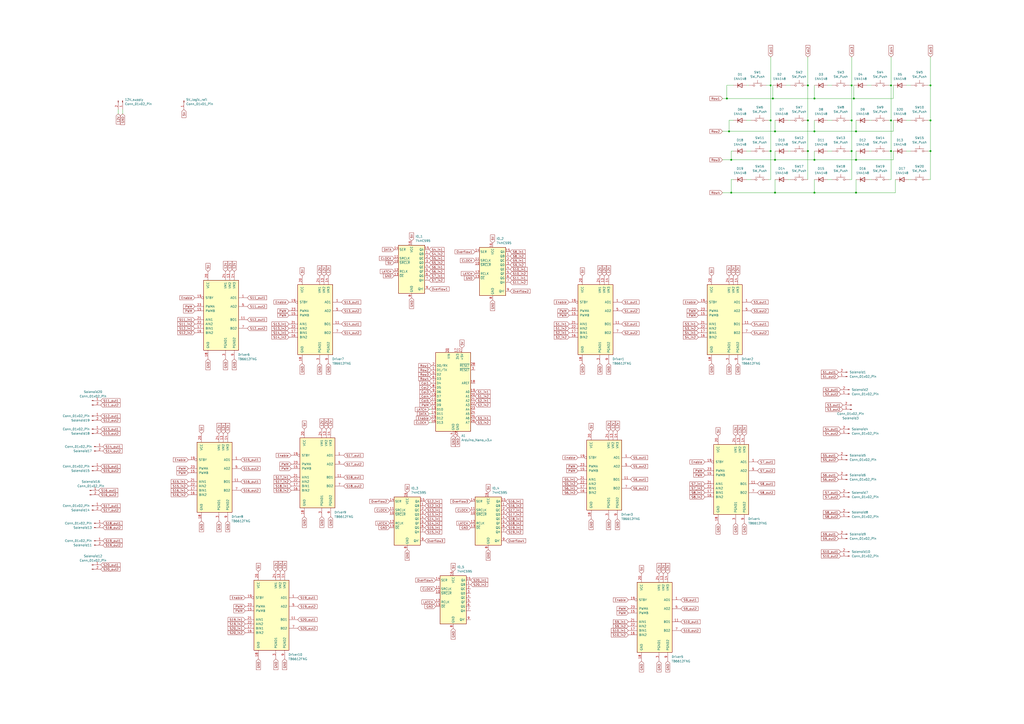
<source format=kicad_sch>
(kicad_sch (version 20250114) (generator "eeschema") (generator_version "9.0")
  (paper "A2")
  (junction (at 495.3 57.15))
  (junction (at 424.18 92.71))
  (junction (at 494.03 87.63))
  (junction (at 447.04 69.85))
  (junction (at 516.89 87.63))
  (junction (at 472.44 76.2))
  (junction (at 496.57 76.2))
  (junction (at 516.89 69.85))
  (junction (at 539.75 49.53))
  (junction (at 468.63 69.85))
  (junction (at 539.75 87.63))
  (junction (at 496.57 111.76))
  (junction (at 472.44 92.71))
  (junction (at 449.58 111.76))
  (junction (at 449.58 76.2))
  (junction (at 447.04 87.63))
  (junction (at 447.04 49.53))
  (junction (at 468.63 87.63))
  (junction (at 494.03 69.85))
  (junction (at 422.91 76.2))
  (junction (at 421.64 57.15))
  (junction (at 516.89 49.53))
  (junction (at 448.31 57.15))
  (junction (at 449.58 92.71))
  (junction (at 496.57 92.71))
  (junction (at 494.03 49.53))
  (junction (at 472.44 57.15))
  (junction (at 424.18 111.76))
  (junction (at 468.63 49.53))
  (junction (at 472.44 111.76))
  (junction (at 539.75 69.85))
  (wire (pts (xy 433.07 69.85) (xy 435.61 69.85)))
  (wire (pts (xy 424.18 87.63) (xy 424.18 92.71)))
  (wire (pts (xy 68.58 63.5) (xy 68.58 66.04)))
  (wire (pts (xy 515.62 104.14) (xy 516.89 104.14)))
  (wire (pts (xy 433.07 49.53) (xy 434.34 49.53)))
  (wire (pts (xy 447.04 104.14) (xy 447.04 87.63)))
  (wire (pts (xy 539.75 33.02) (xy 539.75 49.53)))
  (wire (pts (xy 457.2 104.14) (xy 458.47 104.14)))
  (wire (pts (xy 468.63 87.63) (xy 468.63 104.14)))
  (wire (pts (xy 424.18 104.14) (xy 425.45 104.14)))
  (wire (pts (xy 447.04 33.02) (xy 447.04 49.53)))
  (wire (pts (xy 516.89 49.53) (xy 516.89 69.85)))
  (wire (pts (xy 519.43 104.14) (xy 519.43 111.76)))
  (wire (pts (xy 495.3 49.53) (xy 495.3 57.15)))
  (wire (pts (xy 419.1 92.71) (xy 424.18 92.71)))
  (wire (pts (xy 455.93 49.53) (xy 458.47 49.53)))
  (wire (pts (xy 515.62 87.63) (xy 516.89 87.63)))
  (wire (pts (xy 419.1 76.2) (xy 422.91 76.2)))
  (wire (pts (xy 421.64 57.15) (xy 419.1 57.15)))
  (wire (pts (xy 538.48 49.53) (xy 539.75 49.53)))
  (wire (pts (xy 457.2 69.85) (xy 458.47 69.85)))
  (wire (pts (xy 445.77 104.14) (xy 447.04 104.14)))
  (wire (pts (xy 421.64 49.53) (xy 421.64 57.15)))
  (wire (pts (xy 424.18 111.76) (xy 424.18 104.14)))
  (wire (pts (xy 449.58 104.14) (xy 449.58 111.76)))
  (wire (pts (xy 504.19 69.85) (xy 505.46 69.85)))
  (wire (pts (xy 248.92 237.49) (xy 250.19 237.49)))
  (wire (pts (xy 447.04 49.53) (xy 447.04 69.85)))
  (wire (pts (xy 496.57 87.63) (xy 496.57 92.71)))
  (wire (pts (xy 495.3 57.15) (xy 518.16 57.15)))
  (wire (pts (xy 492.76 87.63) (xy 494.03 87.63)))
  (wire (pts (xy 445.77 87.63) (xy 447.04 87.63)))
  (wire (pts (xy 468.63 49.53) (xy 468.63 69.85)))
  (wire (pts (xy 433.07 104.14) (xy 435.61 104.14)))
  (wire (pts (xy 425.45 69.85) (xy 422.91 69.85)))
  (wire (pts (xy 494.03 104.14) (xy 494.03 87.63)))
  (wire (pts (xy 496.57 111.76) (xy 472.44 111.76)))
  (wire (pts (xy 444.5 49.53) (xy 447.04 49.53)))
  (wire (pts (xy 472.44 111.76) (xy 449.58 111.76)))
  (wire (pts (xy 445.77 69.85) (xy 447.04 69.85)))
  (wire (pts (xy 518.16 92.71) (xy 496.57 92.71)))
  (wire (pts (xy 538.48 104.14) (xy 539.75 104.14)))
  (wire (pts (xy 539.75 87.63) (xy 539.75 69.85)))
  (wire (pts (xy 516.89 87.63) (xy 516.89 69.85)))
  (wire (pts (xy 496.57 69.85) (xy 496.57 76.2)))
  (wire (pts (xy 448.31 57.15) (xy 472.44 57.15)))
  (wire (pts (xy 496.57 104.14) (xy 496.57 111.76)))
  (wire (pts (xy 538.48 87.63) (xy 539.75 87.63)))
  (wire (pts (xy 539.75 104.14) (xy 539.75 87.63)))
  (wire (pts (xy 422.91 69.85) (xy 422.91 76.2)))
  (wire (pts (xy 525.78 69.85) (xy 528.32 69.85)))
  (wire (pts (xy 480.06 49.53) (xy 482.6 49.53)))
  (wire (pts (xy 504.19 104.14) (xy 505.46 104.14)))
  (wire (pts (xy 492.76 49.53) (xy 494.03 49.53)))
  (wire (pts (xy 515.62 69.85) (xy 516.89 69.85)))
  (wire (pts (xy 472.44 92.71) (xy 449.58 92.71)))
  (wire (pts (xy 480.06 104.14) (xy 482.6 104.14)))
  (wire (pts (xy 492.76 104.14) (xy 494.03 104.14)))
  (wire (pts (xy 518.16 87.63) (xy 518.16 92.71)))
  (wire (pts (xy 419.1 111.76) (xy 424.18 111.76)))
  (wire (pts (xy 480.06 69.85) (xy 482.6 69.85)))
  (wire (pts (xy 538.48 69.85) (xy 539.75 69.85)))
  (wire (pts (xy 527.05 104.14) (xy 528.32 104.14)))
  (wire (pts (xy 472.44 57.15) (xy 495.3 57.15)))
  (wire (pts (xy 480.06 87.63) (xy 482.6 87.63)))
  (wire (pts (xy 525.78 49.53) (xy 528.32 49.53)))
  (wire (pts (xy 449.58 87.63) (xy 449.58 92.71)))
  (wire (pts (xy 518.16 69.85) (xy 518.16 76.2)))
  (wire (pts (xy 447.04 69.85) (xy 447.04 87.63)))
  (wire (pts (xy 425.45 87.63) (xy 424.18 87.63)))
  (wire (pts (xy 519.43 111.76) (xy 496.57 111.76)))
  (wire (pts (xy 472.44 69.85) (xy 472.44 76.2)))
  (wire (pts (xy 449.58 69.85) (xy 449.58 76.2)))
  (wire (pts (xy 448.31 49.53) (xy 448.31 57.15)))
  (wire (pts (xy 539.75 49.53) (xy 539.75 69.85)))
  (wire (pts (xy 248.92 240.03) (xy 250.19 240.03)))
  (wire (pts (xy 472.44 49.53) (xy 472.44 57.15)))
  (wire (pts (xy 425.45 49.53) (xy 421.64 49.53)))
  (wire (pts (xy 449.58 111.76) (xy 424.18 111.76)))
  (wire (pts (xy 472.44 87.63) (xy 472.44 92.71)))
  (wire (pts (xy 248.92 245.11) (xy 250.19 245.11)))
  (wire (pts (xy 496.57 92.71) (xy 472.44 92.71)))
  (wire (pts (xy 424.18 92.71) (xy 449.58 92.71)))
  (wire (pts (xy 516.89 33.02) (xy 516.89 49.53)))
  (wire (pts (xy 516.89 104.14) (xy 516.89 87.63)))
  (wire (pts (xy 494.03 33.02) (xy 494.03 49.53)))
  (wire (pts (xy 422.91 76.2) (xy 449.58 76.2)))
  (wire (pts (xy 515.62 49.53) (xy 516.89 49.53)))
  (wire (pts (xy 494.03 87.63) (xy 494.03 69.85)))
  (wire (pts (xy 468.63 69.85) (xy 468.63 87.63)))
  (wire (pts (xy 518.16 76.2) (xy 496.57 76.2)))
  (wire (pts (xy 492.76 69.85) (xy 494.03 69.85)))
  (wire (pts (xy 518.16 49.53) (xy 518.16 57.15)))
  (wire (pts (xy 525.78 87.63) (xy 528.32 87.63)))
  (wire (pts (xy 472.44 104.14) (xy 472.44 111.76)))
  (wire (pts (xy 71.12 63.5) (xy 71.12 66.04)))
  (wire (pts (xy 504.19 87.63) (xy 505.46 87.63)))
  (wire (pts (xy 421.64 57.15) (xy 448.31 57.15)))
  (wire (pts (xy 468.63 33.02) (xy 468.63 49.53)))
  (wire (pts (xy 472.44 76.2) (xy 496.57 76.2)))
  (wire (pts (xy 502.92 49.53) (xy 505.46 49.53)))
  (wire (pts (xy 494.03 49.53) (xy 494.03 69.85)))
  (wire (pts (xy 457.2 87.63) (xy 458.47 87.63)))
  (wire (pts (xy 433.07 87.63) (xy 435.61 87.63)))
  (wire (pts (xy 449.58 76.2) (xy 472.44 76.2)))
  (global_label "S13_in1" (shape input) (at 167.64 187.96 180) (property "Intersheetrefs" "${INTERSHEET_REFS}" (effects (hide yes))))
  (global_label "5V" (shape input) (at 416.56 252.73 90) (property "Intersheetrefs" "${INTERSHEET_REFS}" (effects (hide yes))))
  (global_label "S8_in2" (shape input) (at 295.91 148.59 0) (property "Intersheetrefs" "${INTERSHEET_REFS}" (effects (hide yes))))
  (global_label "S4_out1" (shape input) (at 435.61 187.96 0) (property "Intersheetrefs" "${INTERSHEET_REFS}" (effects (hide yes))))
  (global_label "S11_in2" (shape input) (at 113.03 187.96 180) (property "Intersheetrefs" "${INTERSHEET_REFS}" (effects (hide yes))))
  (global_label "S7_out2" (shape input) (at 487.68 288.29 180) (property "Intersheetrefs" "${INTERSHEET_REFS}" (effects (hide yes))))
  (global_label "S15_out2" (shape input) (at 58.42 273.05 0) (property "Intersheetrefs" "${INTERSHEET_REFS}" (effects (hide yes))))
  (global_label "GND" (shape input) (at 427.99 210.82 270) (property "Intersheetrefs" "${INTERSHEET_REFS}" (effects (hide yes))))
  (global_label "GND" (shape input) (at 238.76 172.72 270) (property "Intersheetrefs" "${INTERSHEET_REFS}" (effects (hide yes))))
  (global_label "S9_out1" (shape input) (at 486.41 309.88 180) (property "Intersheetrefs" "${INTERSHEET_REFS}" (effects (hide yes))))
  (global_label "S5_out2" (shape input) (at 365.76 270.51 0) (property "Intersheetrefs" "${INTERSHEET_REFS}" (effects (hide yes))))
  (global_label "Enable" (shape input) (at 405.13 175.26 180) (property "Intersheetrefs" "${INTERSHEET_REFS}" (effects (hide yes))))
  (global_label "S7_in1" (shape input) (at 408.94 280.67 180) (property "Intersheetrefs" "${INTERSHEET_REFS}" (effects (hide yes))))
  (global_label "S16_out1" (shape input) (at 57.15 284.48 0) (property "Intersheetrefs" "${INTERSHEET_REFS}" (effects (hide yes))))
  (global_label "12V" (shape input) (at 162.56 331.47 90) (property "Intersheetrefs" "${INTERSHEET_REFS}" (effects (hide yes))))
  (global_label "S5_in2" (shape input) (at 248.92 152.4 0) (property "Intersheetrefs" "${INTERSHEET_REFS}" (effects (hide yes))))
  (global_label "S19_out1" (shape input) (at 172.72 346.71 0) (property "Intersheetrefs" "${INTERSHEET_REFS}" (effects (hide yes))))
  (global_label "Overflow2" (shape input) (at 295.91 168.91 0) (property "Intersheetrefs" "${INTERSHEET_REFS}" (effects (hide yes))))
  (global_label "GND" (shape input) (at 283.21 318.77 270) (property "Intersheetrefs" "${INTERSHEET_REFS}" (effects (hide yes))))
  (global_label "S4_out1" (shape input) (at 487.68 248.92 180) (property "Intersheetrefs" "${INTERSHEET_REFS}" (effects (hide yes))))
  (global_label "S11_out2" (shape input) (at 143.51 177.8 0) (property "Intersheetrefs" "${INTERSHEET_REFS}" (effects (hide yes))))
  (global_label "5V" (shape input) (at 412.75 160.02 90) (property "Intersheetrefs" "${INTERSHEET_REFS}" (effects (hide yes))))
  (global_label "S4_out2" (shape input) (at 487.68 251.46 180) (property "Intersheetrefs" "${INTERSHEET_REFS}" (effects (hide yes))))
  (global_label "S15_out1" (shape input) (at 139.7 266.7 0) (property "Intersheetrefs" "${INTERSHEET_REFS}" (effects (hide yes))))
  (global_label "S11_in1" (shape input) (at 295.91 161.29 0) (property "Intersheetrefs" "${INTERSHEET_REFS}" (effects (hide yes))))
  (global_label "S19_in1" (shape input) (at 293.37 306.07 0) (property "Intersheetrefs" "${INTERSHEET_REFS}" (effects (hide yes))))
  (global_label "S1_in2" (shape input) (at 330.2 190.5 180) (property "Intersheetrefs" "${INTERSHEET_REFS}" (effects (hide yes))))
  (global_label "12V" (shape input) (at 133.35 157.48 90) (property "Intersheetrefs" "${INTERSHEET_REFS}" (effects (hide yes))))
  (global_label "Overflow4" (shape input) (at 252.73 336.55 180) (property "Intersheetrefs" "${INTERSHEET_REFS}" (effects (hide yes))))
  (global_label "5V" (shape input) (at 120.65 157.48 90) (property "Intersheetrefs" "${INTERSHEET_REFS}" (effects (hide yes))))
  (global_label "S6_out2" (shape input) (at 486.41 278.13 180) (property "Intersheetrefs" "${INTERSHEET_REFS}" (effects (hide yes))))
  (global_label "S6_in2" (shape input) (at 335.28 285.75 180) (property "Intersheetrefs" "${INTERSHEET_REFS}" (effects (hide yes))))
  (global_label "S12_in1" (shape input) (at 246.38 290.83 0) (property "Intersheetrefs" "${INTERSHEET_REFS}" (effects (hide yes))))
  (global_label "S9_out1" (shape input) (at 394.97 347.98 0) (property "Intersheetrefs" "${INTERSHEET_REFS}" (effects (hide yes))))
  (global_label "S6_in2" (shape input) (at 248.92 157.48 0) (property "Intersheetrefs" "${INTERSHEET_REFS}" (effects (hide yes))))
  (global_label "GND" (shape input) (at 190.5 210.82 270) (property "Intersheetrefs" "${INTERSHEET_REFS}" (effects (hide yes))))
  (global_label "S14_in1" (shape input) (at 246.38 300.99 0) (property "Intersheetrefs" "${INTERSHEET_REFS}" (effects (hide yes))))
  (global_label "S18_in2" (shape input) (at 293.37 303.53 0) (property "Intersheetrefs" "${INTERSHEET_REFS}" (effects (hide yes))))
  (global_label "GND" (shape input) (at 347.98 210.82 270) (property "Intersheetrefs" "${INTERSHEET_REFS}" (effects (hide yes))))
  (global_label "12V" (shape input) (at 347.98 160.02 90) (property "Intersheetrefs" "${INTERSHEET_REFS}" (effects (hide yes))))
  (global_label "GND" (shape input) (at 372.11 383.54 270) (property "Intersheetrefs" "${INTERSHEET_REFS}" (effects (hide yes))))
  (global_label "12V" (shape input) (at 135.89 157.48 90) (property "Intersheetrefs" "${INTERSHEET_REFS}" (effects (hide yes))))
  (global_label "Row2" (shape input) (at 419.1 76.2 180) (property "Intersheetrefs" "${INTERSHEET_REFS}" (effects (hide yes))))
  (global_label "GND" (shape input) (at 116.84 302.26 270) (property "Intersheetrefs" "${INTERSHEET_REFS}" (effects (hide yes))))
  (global_label "S13_out2" (shape input) (at 58.42 251.46 0) (property "Intersheetrefs" "${INTERSHEET_REFS}" (effects (hide yes))))
  (global_label "LATCH" (shape input) (at 273.05 303.53 180) (property "Intersheetrefs" "${INTERSHEET_REFS}" (effects (hide yes))))
  (global_label "PWM" (shape input) (at 109.22 271.78 180) (property "Intersheetrefs" "${INTERSHEET_REFS}" (effects (hide yes))))
  (global_label "S20_in1" (shape input) (at 142.24 364.49 180) (property "Intersheetrefs" "${INTERSHEET_REFS}" (effects (hide yes))))
  (global_label "S14_out1" (shape input) (at 198.12 187.96 0) (property "Intersheetrefs" "${INTERSHEET_REFS}" (effects (hide yes))))
  (global_label "12V" (shape input) (at 350.52 160.02 90) (property "Intersheetrefs" "${INTERSHEET_REFS}" (effects (hide yes))))
  (global_label "S7_out2" (shape input) (at 439.42 273.05 0) (property "Intersheetrefs" "${INTERSHEET_REFS}" (effects (hide yes))))
  (global_label "S8_out2" (shape input) (at 487.68 299.72 180) (property "Intersheetrefs" "${INTERSHEET_REFS}" (effects (hide yes))))
  (global_label "CLOCK" (shape input) (at 252.73 341.63 180) (property "Intersheetrefs" "${INTERSHEET_REFS}" (effects (hide yes))))
  (global_label "S9_in2" (shape input) (at 364.49 363.22 180) (property "Intersheetrefs" "${INTERSHEET_REFS}" (effects (hide yes))))
  (global_label "GND" (shape input) (at 275.59 161.29 180) (property "Intersheetrefs" "${INTERSHEET_REFS}" (effects (hide yes))))
  (global_label "S9_out2" (shape input) (at 486.41 312.42 180) (property "Intersheetrefs" "${INTERSHEET_REFS}" (effects (hide yes))))
  (global_label "S11_out1" (shape input) (at 143.51 172.72 0) (property "Intersheetrefs" "${INTERSHEET_REFS}" (effects (hide yes))))
  (global_label "Col5" (shape input) (at 250.19 232.41 180) (property "Intersheetrefs" "${INTERSHEET_REFS}" (effects (hide yes))))
  (global_label "GND" (shape input) (at 228.6 160.02 180) (property "Intersheetrefs" "${INTERSHEET_REFS}" (effects (hide yes))))
  (global_label "S19_out2" (shape input) (at 172.72 351.79 0) (property "Intersheetrefs" "${INTERSHEET_REFS}" (effects (hide yes))))
  (global_label "CLOCK" (shape input) (at 248.92 245.11 180) (property "Intersheetrefs" "${INTERSHEET_REFS}" (effects (hide yes))))
  (global_label "S20_in2" (shape input) (at 273.05 339.09 0) (property "Intersheetrefs" "${INTERSHEET_REFS}" (effects (hide yes))))
  (global_label "S8_in1" (shape input) (at 408.94 285.75 180) (property "Intersheetrefs" "${INTERSHEET_REFS}" (effects (hide yes))))
  (global_label "Enable" (shape input) (at 168.91 264.16 180) (property "Intersheetrefs" "${INTERSHEET_REFS}" (effects (hide yes))))
  (global_label "S2_in2" (shape input) (at 275.59 234.95 0) (property "Intersheetrefs" "${INTERSHEET_REFS}" (effects (hide yes))))
  (global_label "S20_out2" (shape input) (at 58.42 330.2 0) (property "Intersheetrefs" "${INTERSHEET_REFS}" (effects (hide yes))))
  (global_label "GND" (shape input) (at 353.06 300.99 270) (property "Intersheetrefs" "${INTERSHEET_REFS}" (effects (hide yes))))
  (global_label "GND" (shape input) (at 387.35 383.54 270) (property "Intersheetrefs" "${INTERSHEET_REFS}" (effects (hide yes))))
  (global_label "S14_in1" (shape input) (at 167.64 193.04 180) (property "Intersheetrefs" "${INTERSHEET_REFS}" (effects (hide yes))))
  (global_label "Col1" (shape input) (at 447.04 33.02 90) (property "Intersheetrefs" "${INTERSHEET_REFS}" (effects (hide yes))))
  (global_label "5V" (shape input) (at 106.68 63.5 270) (property "Intersheetrefs" "${INTERSHEET_REFS}" (effects (hide yes))))
  (global_label "GND" (shape input) (at 426.72 303.53 270) (property "Intersheetrefs" "${INTERSHEET_REFS}" (effects (hide yes))))
  (global_label "Overflow1" (shape input) (at 275.59 146.05 180) (property "Intersheetrefs" "${INTERSHEET_REFS}" (effects (hide yes))))
  (global_label "S10_out1" (shape input) (at 394.97 360.68 0) (property "Intersheetrefs" "${INTERSHEET_REFS}" (effects (hide yes))))
  (global_label "12V" (shape input) (at 382.27 332.74 90) (property "Intersheetrefs" "${INTERSHEET_REFS}" (effects (hide yes))))
  (global_label "S1_in1" (shape input) (at 275.59 227.33 0) (property "Intersheetrefs" "${INTERSHEET_REFS}" (effects (hide yes))))
  (global_label "GND" (shape input) (at 412.75 210.82 270) (property "Intersheetrefs" "${INTERSHEET_REFS}" (effects (hide yes))))
  (global_label "GND" (shape input) (at 165.1 382.27 270) (property "Intersheetrefs" "${INTERSHEET_REFS}" (effects (hide yes))))
  (global_label "PWM" (shape input) (at 408.94 273.05 180) (property "Intersheetrefs" "${INTERSHEET_REFS}" (effects (hide yes))))
  (global_label "S11_out2" (shape input) (at 58.42 234.95 0) (property "Intersheetrefs" "${INTERSHEET_REFS}" (effects (hide yes))))
  (global_label "S18_in1" (shape input) (at 293.37 300.99 0) (property "Intersheetrefs" "${INTERSHEET_REFS}" (effects (hide yes))))
  (global_label "S10_out1" (shape input) (at 487.68 320.04 180) (property "Intersheetrefs" "${INTERSHEET_REFS}" (effects (hide yes))))
  (global_label "S17_out1" (shape input) (at 58.42 293.37 0) (property "Intersheetrefs" "${INTERSHEET_REFS}" (effects (hide yes))))
  (global_label "S14_out2" (shape input) (at 59.69 261.62 0) (property "Intersheetrefs" "${INTERSHEET_REFS}" (effects (hide yes))))
  (global_label "GND" (shape input) (at 185.42 210.82 270) (property "Intersheetrefs" "${INTERSHEET_REFS}" (effects (hide yes))))
  (global_label "LATCH" (shape input) (at 226.06 303.53 180) (property "Intersheetrefs" "${INTERSHEET_REFS}" (effects (hide yes))))
  (global_label "S17_out2" (shape input) (at 58.42 295.91 0) (property "Intersheetrefs" "${INTERSHEET_REFS}" (effects (hide yes))))
  (global_label "S9_in2" (shape input) (at 295.91 153.67 0) (property "Intersheetrefs" "${INTERSHEET_REFS}" (effects (hide yes))))
  (global_label "12V" (shape input) (at 187.96 160.02 90) (property "Intersheetrefs" "${INTERSHEET_REFS}" (effects (hide yes))))
  (global_label "Row1" (shape input) (at 419.1 57.15 180) (property "Intersheetrefs" "${INTERSHEET_REFS}" (effects (hide yes))))
  (global_label "Row4" (shape input) (at 250.19 219.71 180) (property "Intersheetrefs" "${INTERSHEET_REFS}" (effects (hide yes))))
  (global_label "LATCH" (shape input) (at 275.59 158.75 180) (property "Intersheetrefs" "${INTERSHEET_REFS}" (effects (hide yes))))
  (global_label "S2_out2" (shape input) (at 360.68 193.04 0) (property "Intersheetrefs" "${INTERSHEET_REFS}" (effects (hide yes))))
  (global_label "S18_out1" (shape input) (at 59.69 303.53 0) (property "Intersheetrefs" "${INTERSHEET_REFS}" (effects (hide yes))))
  (global_label "CLOCK" (shape input) (at 228.6 149.86 180) (property "Intersheetrefs" "${INTERSHEET_REFS}" (effects (hide yes))))
  (global_label "S14_out1" (shape input) (at 59.69 259.08 0) (property "Intersheetrefs" "${INTERSHEET_REFS}" (effects (hide yes))))
  (global_label "12V" (shape input) (at 358.14 250.19 90) (property "Intersheetrefs" "${INTERSHEET_REFS}" (effects (hide yes))))
  (global_label "PWM" (shape input) (at 405.13 180.34 180) (property "Intersheetrefs" "${INTERSHEET_REFS}" (effects (hide yes))))
  (global_label "12V" (shape input) (at 191.77 248.92 90) (property "Intersheetrefs" "${INTERSHEET_REFS}" (effects (hide yes))))
  (global_label "S5_out2" (shape input) (at 486.41 266.7 180) (property "Intersheetrefs" "${INTERSHEET_REFS}" (effects (hide yes))))
  (global_label "Enable" (shape input) (at 142.24 346.71 180) (property "Intersheetrefs" "${INTERSHEET_REFS}" (effects (hide yes))))
  (global_label "S18_in1" (shape input) (at 168.91 281.94 180) (property "Intersheetrefs" "${INTERSHEET_REFS}" (effects (hide yes))))
  (global_label "S17_out2" (shape input) (at 199.39 269.24 0) (property "Intersheetrefs" "${INTERSHEET_REFS}" (effects (hide yes))))
  (global_label "S2_in1" (shape input) (at 330.2 193.04 180) (property "Intersheetrefs" "${INTERSHEET_REFS}" (effects (hide yes))))
  (global_label "S20_out1" (shape input) (at 172.72 359.41 0) (property "Intersheetrefs" "${INTERSHEET_REFS}" (effects (hide yes))))
  (global_label "GND" (shape input) (at 130.81 208.28 270) (property "Intersheetrefs" "${INTERSHEET_REFS}" (effects (hide yes))))
  (global_label "S6_in1" (shape input) (at 335.28 283.21 180) (property "Intersheetrefs" "${INTERSHEET_REFS}" (effects (hide yes))))
  (global_label "5V" (shape input) (at 283.21 285.75 90) (property "Intersheetrefs" "${INTERSHEET_REFS}" (effects (hide yes))))
  (global_label "PWM" (shape input) (at 142.24 354.33 180) (property "Intersheetrefs" "${INTERSHEET_REFS}" (effects (hide yes))))
  (global_label "S12_in2" (shape input) (at 113.03 193.04 180) (property "Intersheetrefs" "${INTERSHEET_REFS}" (effects (hide yes))))
  (global_label "PWM" (shape input) (at 364.49 355.6 180) (property "Intersheetrefs" "${INTERSHEET_REFS}" (effects (hide yes))))
  (global_label "PWM" (shape input) (at 109.22 274.32 180) (property "Intersheetrefs" "${INTERSHEET_REFS}" (effects (hide yes))))
  (global_label "Col2" (shape input) (at 250.19 224.79 180) (property "Intersheetrefs" "${INTERSHEET_REFS}" (effects (hide yes))))
  (global_label "12V" (shape input) (at 353.06 250.19 90) (property "Intersheetrefs" "${INTERSHEET_REFS}" (effects (hide yes))))
  (global_label "CLOCK" (shape input) (at 273.05 295.91 180) (property "Intersheetrefs" "${INTERSHEET_REFS}" (effects (hide yes))))
  (global_label "S12_out1" (shape input) (at 143.51 185.42 0) (property "Intersheetrefs" "${INTERSHEET_REFS}" (effects (hide yes))))
  (global_label "S1_out1" (shape input) (at 360.68 175.26 0) (property "Intersheetrefs" "${INTERSHEET_REFS}" (effects (hide yes))))
  (global_label "5V" (shape input) (at 228.6 152.4 180) (property "Intersheetrefs" "${INTERSHEET_REFS}" (effects (hide yes))))
  (global_label "PWM" (shape input) (at 250.19 234.95 180) (property "Intersheetrefs" "${INTERSHEET_REFS}" (effects (hide yes))))
  (global_label "S15_out2" (shape input) (at 139.7 271.78 0) (property "Intersheetrefs" "${INTERSHEET_REFS}" (effects (hide yes))))
  (global_label "Overflow3" (shape input) (at 273.05 290.83 180) (property "Intersheetrefs" "${INTERSHEET_REFS}" (effects (hide yes))))
  (global_label "S9_in1" (shape input) (at 295.91 151.13 0) (property "Intersheetrefs" "${INTERSHEET_REFS}" (effects (hide yes))))
  (global_label "S14_in2" (shape input) (at 167.64 195.58 180) (property "Intersheetrefs" "${INTERSHEET_REFS}" (effects (hide yes))))
  (global_label "S4_out2" (shape input) (at 435.61 193.04 0) (property "Intersheetrefs" "${INTERSHEET_REFS}" (effects (hide yes))))
  (global_label "S17_out1" (shape input) (at 199.39 264.16 0) (property "Intersheetrefs" "${INTERSHEET_REFS}" (effects (hide yes))))
  (global_label "S8_out2" (shape input) (at 439.42 285.75 0) (property "Intersheetrefs" "${INTERSHEET_REFS}" (effects (hide yes))))
  (global_label "S16_out2" (shape input) (at 57.15 287.02 0) (property "Intersheetrefs" "${INTERSHEET_REFS}" (effects (hide yes))))
  (global_label "GND" (shape input) (at 353.06 210.82 270) (property "Intersheetrefs" "${INTERSHEET_REFS}" (effects (hide yes))))
  (global_label "S5_in1" (shape input) (at 335.28 278.13 180) (property "Intersheetrefs" "${INTERSHEET_REFS}" (effects (hide yes))))
  (global_label "S13_in2" (shape input) (at 246.38 298.45 0) (property "Intersheetrefs" "${INTERSHEET_REFS}" (effects (hide yes))))
  (global_label "S4_in2" (shape input) (at 405.13 195.58 180) (property "Intersheetrefs" "${INTERSHEET_REFS}" (effects (hide yes))))
  (global_label "GND" (shape input) (at 127 302.26 270) (property "Intersheetrefs" "${INTERSHEET_REFS}" (effects (hide yes))))
  (global_label "S11_out1" (shape input) (at 58.42 232.41 0) (property "Intersheetrefs" "${INTERSHEET_REFS}" (effects (hide yes))))
  (global_label "DATA" (shape input) (at 248.92 240.03 180) (property "Intersheetrefs" "${INTERSHEET_REFS}" (effects (hide yes))))
  (global_label "S7_in2" (shape input) (at 248.92 162.56 0) (property "Intersheetrefs" "${INTERSHEET_REFS}" (effects (hide yes))))
  (global_label "12V" (shape input) (at 190.5 160.02 90) (property "Intersheetrefs" "${INTERSHEET_REFS}" (effects (hide yes))))
  (global_label "S1_out2" (shape input) (at 486.41 218.44 180) (property "Intersheetrefs" "${INTERSHEET_REFS}" (effects (hide yes))))
  (global_label "Row3" (shape input) (at 419.1 92.71 180) (property "Intersheetrefs" "${INTERSHEET_REFS}" (effects (hide yes))))
  (global_label "S7_in1" (shape input) (at 248.92 160.02 0) (property "Intersheetrefs" "${INTERSHEET_REFS}" (effects (hide yes))))
  (global_label "GND" (shape input) (at 236.22 318.77 270) (property "Intersheetrefs" "${INTERSHEET_REFS}" (effects (hide yes))))
  (global_label "PWM" (shape input) (at 113.03 177.8 180) (property "Intersheetrefs" "${INTERSHEET_REFS}" (effects (hide yes))))
  (global_label "S17_in2" (shape input) (at 293.37 298.45 0) (property "Intersheetrefs" "${INTERSHEET_REFS}" (effects (hide yes))))
  (global_label "GND" (shape input) (at 342.9 300.99 270) (property "Intersheetrefs" "${INTERSHEET_REFS}" (effects (hide yes))))
  (global_label "S12_out2" (shape input) (at 143.51 190.5 0) (property "Intersheetrefs" "${INTERSHEET_REFS}" (effects (hide yes))))
  (global_label "LATCH" (shape input) (at 228.6 157.48 180) (property "Intersheetrefs" "${INTERSHEET_REFS}" (effects (hide yes))))
  (global_label "PWM" (shape input) (at 168.91 269.24 180) (property "Intersheetrefs" "${INTERSHEET_REFS}" (effects (hide yes))))
  (global_label "S15_out1" (shape input) (at 58.42 270.51 0) (property "Intersheetrefs" "${INTERSHEET_REFS}" (effects (hide yes))))
  (global_label "12V" (shape input) (at 160.02 331.47 90) (property "Intersheetrefs" "${INTERSHEET_REFS}" (effects (hide yes))))
  (global_label "S5_in2" (shape input) (at 335.28 280.67 180) (property "Intersheetrefs" "${INTERSHEET_REFS}" (effects (hide yes))))
  (global_label "S13_in1" (shape input) (at 246.38 295.91 0) (property "Intersheetrefs" "${INTERSHEET_REFS}" (effects (hide yes))))
  (global_label "S16_in1" (shape input) (at 109.22 284.48 180) (property "Intersheetrefs" "${INTERSHEET_REFS}" (effects (hide yes))))
  (global_label "S2_out1" (shape input) (at 487.68 226.06 180) (property "Intersheetrefs" "${INTERSHEET_REFS}" (effects (hide yes))))
  (global_label "S16_out1" (shape input) (at 139.7 279.4 0) (property "Intersheetrefs" "${INTERSHEET_REFS}" (effects (hide yes))))
  (global_label "GND" (shape input) (at 285.75 173.99 270) (property "Intersheetrefs" "${INTERSHEET_REFS}" (effects (hide yes))))
  (global_label "5V" (shape input) (at 267.97 201.93 90) (property "Intersheetrefs" "${INTERSHEET_REFS}" (effects (hide yes))))
  (global_label "S11_in2" (shape input) (at 295.91 163.83 0) (property "Intersheetrefs" "${INTERSHEET_REFS}" (effects (hide yes))))
  (global_label "S3_in2" (shape input) (at 405.13 190.5 180) (property "Intersheetrefs" "${INTERSHEET_REFS}" (effects (hide yes))))
  (global_label "LATCH" (shape input) (at 248.92 237.49 180) (property "Intersheetrefs" "${INTERSHEET_REFS}" (effects (hide yes))))
  (global_label "S10_in1" (shape input) (at 295.91 156.21 0) (property "Intersheetrefs" "${INTERSHEET_REFS}" (effects (hide yes))))
  (global_label "S5_out1" (shape input) (at 365.76 265.43 0) (property "Intersheetrefs" "${INTERSHEET_REFS}" (effects (hide yes))))
  (global_label "GND" (shape input) (at 191.77 299.72 270) (property "Intersheetrefs" "${INTERSHEET_REFS}" (effects (hide yes))))
  (global_label "12V" (shape input) (at 68.58 66.04 270) (property "Intersheetrefs" "${INTERSHEET_REFS}" (effects (hide yes))))
  (global_label "12V" (shape input) (at 186.69 248.92 90) (property "Intersheetrefs" "${INTERSHEET_REFS}" (effects (hide yes))))
  (global_label "12V" (shape input) (at 189.23 248.92 90) (property "Intersheetrefs" "${INTERSHEET_REFS}" (effects (hide yes))))
  (global_label "PWM" (shape input) (at 364.49 353.06 180) (property "Intersheetrefs" "${INTERSHEET_REFS}" (effects (hide yes))))
  (global_label "5V" (shape input) (at 149.86 331.47 90) (property "Intersheetrefs" "${INTERSHEET_REFS}" (effects (hide yes))))
  (global_label "Enable" (shape input) (at 335.28 265.43 180) (property "Intersheetrefs" "${INTERSHEET_REFS}" (effects (hide yes))))
  (global_label "S14_in2" (shape input) (at 246.38 303.53 0) (property "Intersheetrefs" "${INTERSHEET_REFS}" (effects (hide yes))))
  (global_label "S20_out2" (shape input) (at 172.72 364.49 0) (property "Intersheetrefs" "${INTERSHEET_REFS}" (effects (hide yes))))
  (global_label "S1_out1" (shape input) (at 486.41 215.9 180) (property "Intersheetrefs" "${INTERSHEET_REFS}" (effects (hide yes))))
  (global_label "Col2" (shape input) (at 468.63 33.02 90) (property "Intersheetrefs" "${INTERSHEET_REFS}" (effects (hide yes))))
  (global_label "5V" (shape input) (at 337.82 160.02 90) (property "Intersheetrefs" "${INTERSHEET_REFS}" (effects (hide yes))))
  (global_label "GND" (shape input) (at 262.89 364.49 270) (property "Intersheetrefs" "${INTERSHEET_REFS}" (effects (hide yes))))
  (global_label "Col4" (shape input) (at 250.19 229.87 180) (property "Intersheetrefs" "${INTERSHEET_REFS}" (effects (hide yes))))
  (global_label "DATA" (shape input) (at 228.6 144.78 180) (property "Intersheetrefs" "${INTERSHEET_REFS}" (effects (hide yes))))
  (global_label "GND" (shape input) (at 337.82 210.82 270) (property "Intersheetrefs" "${INTERSHEET_REFS}" (effects (hide yes))))
  (global_label "S3_in1" (shape input) (at 405.13 187.96 180) (property "Intersheetrefs" "${INTERSHEET_REFS}" (effects (hide yes))))
  (global_label "PWM" (shape input) (at 335.28 270.51 180) (property "Intersheetrefs" "${INTERSHEET_REFS}" (effects (hide yes))))
  (global_label "12V" (shape input) (at 427.99 160.02 90) (property "Intersheetrefs" "${INTERSHEET_REFS}" (effects (hide yes))))
  (global_label "5V" (shape input) (at 285.75 140.97 90) (property "Intersheetrefs" "${INTERSHEET_REFS}" (effects (hide yes))))
  (global_label "Enable" (shape input) (at 250.19 242.57 180) (property "Intersheetrefs" "${INTERSHEET_REFS}" (effects (hide yes))))
  (global_label "Enable" (shape input) (at 167.64 175.26 180) (property "Intersheetrefs" "${INTERSHEET_REFS}" (effects (hide yes))))
  (global_label "Row2" (shape input) (at 250.19 214.63 180) (property "Intersheetrefs" "${INTERSHEET_REFS}" (effects (hide yes))))
  (global_label "S11_in1" (shape input) (at 113.03 185.42 180) (property "Intersheetrefs" "${INTERSHEET_REFS}" (effects (hide yes))))
  (global_label "S19_in2" (shape input) (at 142.24 361.95 180) (property "Intersheetrefs" "${INTERSHEET_REFS}" (effects (hide yes))))
  (global_label "S8_in1" (shape input) (at 295.91 146.05 0) (property "Intersheetrefs" "${INTERSHEET_REFS}" (effects (hide yes))))
  (global_label "S8_in2" (shape input) (at 408.94 288.29 180) (property "Intersheetrefs" "${INTERSHEET_REFS}" (effects (hide yes))))
  (global_label "S2_out2" (shape input) (at 487.68 228.6 180) (property "Intersheetrefs" "${INTERSHEET_REFS}" (effects (hide yes))))
  (global_label "PWM" (shape input) (at 167.64 180.34 180) (property "Intersheetrefs" "${INTERSHEET_REFS}" (effects (hide yes))))
  (global_label "S7_out1" (shape input) (at 439.42 267.97 0) (property "Intersheetrefs" "${INTERSHEET_REFS}" (effects (hide yes))))
  (global_label "Row3" (shape input) (at 250.19 217.17 180) (property "Intersheetrefs" "${INTERSHEET_REFS}" (effects (hide yes))))
  (global_label "12V" (shape input) (at 185.42 160.02 90) (property "Intersheetrefs" "${INTERSHEET_REFS}" (effects (hide yes))))
  (global_label "S20_in2" (shape input) (at 142.24 367.03 180) (property "Intersheetrefs" "${INTERSHEET_REFS}" (effects (hide yes))))
  (global_label "S3_in2" (shape input) (at 275.59 245.11 0) (property "Intersheetrefs" "${INTERSHEET_REFS}" (effects (hide yes))))
  (global_label "S5_out1" (shape input) (at 486.41 264.16 180) (property "Intersheetrefs" "${INTERSHEET_REFS}" (effects (hide yes))))
  (global_label "S6_out2" (shape input) (at 365.76 283.21 0) (property "Intersheetrefs" "${INTERSHEET_REFS}" (effects (hide yes))))
  (global_label "GND" (shape input) (at 160.02 382.27 270) (property "Intersheetrefs" "${INTERSHEET_REFS}" (effects (hide yes))))
  (global_label "S19_in2" (shape input) (at 293.37 308.61 0) (property "Intersheetrefs" "${INTERSHEET_REFS}" (effects (hide yes))))
  (global_label "GND" (shape input) (at 175.26 210.82 270) (property "Intersheetrefs" "${INTERSHEET_REFS}" (effects (hide yes))))
  (global_label "PWM" (shape input) (at 168.91 271.78 180) (property "Intersheetrefs" "${INTERSHEET_REFS}" (effects (hide yes))))
  (global_label "S19_in1" (shape input) (at 142.24 359.41 180) (property "Intersheetrefs" "${INTERSHEET_REFS}" (effects (hide yes))))
  (global_label "PWM" (shape input) (at 405.13 182.88 180) (property "Intersheetrefs" "${INTERSHEET_REFS}" (effects (hide yes))))
  (global_label "PWM" (shape input) (at 142.24 351.79 180) (property "Intersheetrefs" "${INTERSHEET_REFS}" (effects (hide yes))))
  (global_label "12V" (shape input) (at 165.1 331.47 90) (property "Intersheetrefs" "${INTERSHEET_REFS}" (effects (hide yes))))
  (global_label "S16_in2" (shape input) (at 109.22 287.02 180) (property "Intersheetrefs" "${INTERSHEET_REFS}" (effects (hide yes))))
  (global_label "S19_out2" (shape input) (at 59.69 316.23 0) (property "Intersheetrefs" "${INTERSHEET_REFS}" (effects (hide yes))))
  (global_label "Enable" (shape input) (at 408.94 267.97 180) (property "Intersheetrefs" "${INTERSHEET_REFS}" (effects (hide yes))))
  (global_label "S13_in2" (shape input) (at 167.64 190.5 180) (property "Intersheetrefs" "${INTERSHEET_REFS}" (effects (hide yes))))
  (global_label "S8_out1" (shape input) (at 487.68 297.18 180) (property "Intersheetrefs" "${INTERSHEET_REFS}" (effects (hide yes))))
  (global_label "GND" (shape input) (at 252.73 351.79 180) (property "Intersheetrefs" "${INTERSHEET_REFS}" (effects (hide yes))))
  (global_label "5V" (shape input) (at 116.84 251.46 90) (property "Intersheetrefs" "${INTERSHEET_REFS}" (effects (hide yes))))
  (global_label "GND" (shape input) (at 132.08 302.26 270) (property "Intersheetrefs" "${INTERSHEET_REFS}" (effects (hide yes))))
  (global_label "GND" (shape input) (at 265.43 252.73 270) (property "Intersheetrefs" "${INTERSHEET_REFS}" (effects (hide yes))))
  (global_label "S13_out2" (shape input) (at 198.12 180.34 0) (property "Intersheetrefs" "${INTERSHEET_REFS}" (effects (hide yes))))
  (global_label "S12_out1" (shape input) (at 58.42 241.3 0) (property "Intersheetrefs" "${INTERSHEET_REFS}" (effects (hide yes))))
  (global_label "PWM" (shape input) (at 330.2 180.34 180) (property "Intersheetrefs" "${INTERSHEET_REFS}" (effects (hide yes))))
  (global_label "GND" (shape input) (at 262.89 252.73 270) (property "Intersheetrefs" "${INTERSHEET_REFS}" (effects (hide yes))))
  (global_label "PWM" (shape input) (at 330.2 182.88 180) (property "Intersheetrefs" "${INTERSHEET_REFS}" (effects (hide yes))))
  (global_label "Enable" (shape input) (at 364.49 347.98 180) (property "Intersheetrefs" "${INTERSHEET_REFS}" (effects (hide yes))))
  (global_label "S5_in1" (shape input) (at 248.92 149.86 0) (property "Intersheetrefs" "${INTERSHEET_REFS}" (effects (hide yes))))
  (global_label "12V" (shape input) (at 132.08 251.46 90) (property "Intersheetrefs" "${INTERSHEET_REFS}" (effects (hide yes))))
  (global_label "12V" (shape input) (at 355.6 250.19 90) (property "Intersheetrefs" "${INTERSHEET_REFS}" (effects (hide yes))))
  (global_label "12V" (shape input) (at 130.81 157.48 90) (property "Intersheetrefs" "${INTERSHEET_REFS}" (effects (hide yes))))
  (global_label "S12_in1" (shape input) (at 113.03 190.5 180) (property "Intersheetrefs" "${INTERSHEET_REFS}" (effects (hide yes))))
  (global_label "S8_out1" (shape input) (at 439.42 280.67 0) (property "Intersheetrefs" "${INTERSHEET_REFS}" (effects (hide yes))))
  (global_label "S10_in2" (shape input) (at 364.49 368.3 180) (property "Intersheetrefs" "${INTERSHEET_REFS}" (effects (hide yes))))
  (global_label "Col5" (shape input) (at 539.75 33.02 90) (property "Intersheetrefs" "${INTERSHEET_REFS}" (effects (hide yes))))
  (global_label "GND" (shape input) (at 358.14 300.99 270) (property "Intersheetrefs" "${INTERSHEET_REFS}" (effects (hide yes))))
  (global_label "S16_in1" (shape input) (at 293.37 290.83 0) (property "Intersheetrefs" "${INTERSHEET_REFS}" (effects (hide yes))))
  (global_label "S2_in2" (shape input) (at 330.2 195.58 180) (property "Intersheetrefs" "${INTERSHEET_REFS}" (effects (hide yes))))
  (global_label "S20_in1" (shape input) (at 273.05 336.55 0) (property "Intersheetrefs" "${INTERSHEET_REFS}" (effects (hide yes))))
  (global_label "S7_out1" (shape input) (at 487.68 285.75 180) (property "Intersheetrefs" "${INTERSHEET_REFS}" (effects (hide yes))))
  (global_label "12V" (shape input) (at 431.8 252.73 90) (property "Intersheetrefs" "${INTERSHEET_REFS}" (effects (hide yes))))
  (global_label "S17_in1" (shape input) (at 293.37 295.91 0) (property "Intersheetrefs" "${INTERSHEET_REFS}" (effects (hide yes))))
  (global_label "S18_in2" (shape input) (at 168.91 284.48 180) (property "Intersheetrefs" "${INTERSHEET_REFS}" (effects (hide yes))))
  (global_label "12V" (shape input) (at 429.26 252.73 90) (property "Intersheetrefs" "${INTERSHEET_REFS}" (effects (hide yes))))
  (global_label "Col3" (shape input) (at 494.03 33.02 90) (property "Intersheetrefs" "${INTERSHEET_REFS}" (effects (hide yes))))
  (global_label "S15_in1" (shape input) (at 246.38 306.07 0) (property "Intersheetrefs" "${INTERSHEET_REFS}" (effects (hide yes))))
  (global_label "PWM" (shape input) (at 113.03 180.34 180) (property "Intersheetrefs" "${INTERSHEET_REFS}" (effects (hide yes))))
  (global_label "S2_in1" (shape input) (at 275.59 232.41 0) (property "Intersheetrefs" "${INTERSHEET_REFS}" (effects (hide yes))))
  (global_label "S3_out1" (shape input) (at 488.95 234.95 180) (property "Intersheetrefs" "${INTERSHEET_REFS}" (effects (hide yes))))
  (global_label "12V" (shape input) (at 422.91 160.02 90) (property "Intersheetrefs" "${INTERSHEET_REFS}" (effects (hide yes))))
  (global_label "GND" (shape input) (at 186.69 299.72 270) (property "Intersheetrefs" "${INTERSHEET_REFS}" (effects (hide yes))))
  (global_label "GND" (shape input) (at 382.27 383.54 270) (property "Intersheetrefs" "${INTERSHEET_REFS}" (effects (hide yes))))
  (global_label "Enable" (shape input) (at 113.03 172.72 180) (property "Intersheetrefs" "${INTERSHEET_REFS}" (effects (hide yes))))
  (global_label "12V" (shape input) (at 129.54 251.46 90) (property "Intersheetrefs" "${INTERSHEET_REFS}" (effects (hide yes))))
  (global_label "S2_out1" (shape input) (at 360.68 187.96 0) (property "Intersheetrefs" "${INTERSHEET_REFS}" (effects (hide yes))))
  (global_label "Overflow3" (shape input) (at 246.38 313.69 0) (property "Intersheetrefs" "${INTERSHEET_REFS}" (effects (hide yes))))
  (global_label "S3_out2" (shape input) (at 435.61 180.34 0) (property "Intersheetrefs" "${INTERSHEET_REFS}" (effects (hide yes))))
  (global_label "S16_out2" (shape input) (at 139.7 284.48 0) (property "Intersheetrefs" "${INTERSHEET_REFS}" (effects (hide yes))))
  (global_label "S10_in2" (shape input) (at 295.91 158.75 0) (property "Intersheetrefs" "${INTERSHEET_REFS}" (effects (hide yes))))
  (global_label "Overflow2" (shape input) (at 226.06 290.83 180) (property "Intersheetrefs" "${INTERSHEET_REFS}" (effects (hide yes))))
  (global_label "S3_in1" (shape input) (at 275.59 242.57 0) (property "Intersheetrefs" "${INTERSHEET_REFS}" (effects (hide yes))))
  (global_label "S12_in2" (shape input) (at 246.38 293.37 0) (property "Intersheetrefs" "${INTERSHEET_REFS}" (effects (hide yes))))
  (global_label "S6_in1" (shape input) (at 248.92 154.94 0) (property "Intersheetrefs" "${INTERSHEET_REFS}" (effects (hide yes))))
  (global_label "S9_in1" (shape input) (at 364.49 360.68 180) (property "Intersheetrefs" "${INTERSHEET_REFS}" (effects (hide yes))))
  (global_label "GND" (shape input) (at 431.8 303.53 270) (property "Intersheetrefs" "${INTERSHEET_REFS}" (effects (hide yes))))
  (global_label "S18_out2" (shape input) (at 59.69 306.07 0) (property "Intersheetrefs" "${INTERSHEET_REFS}" (effects (hide yes))))
  (global_label "S15_in2" (shape input) (at 246.38 308.61 0) (property "Intersheetrefs" "${INTERSHEET_REFS}" (effects (hide yes))))
  (global_label "S19_out1" (shape input) (at 59.69 313.69 0) (property "Intersheetrefs" "${INTERSHEET_REFS}" (effects (hide yes))))
  (global_label "12V" (shape input) (at 384.81 332.74 90) (property "Intersheetrefs" "${INTERSHEET_REFS}" (effects (hide yes))))
  (global_label "S17_in2" (shape input) (at 168.91 279.4 180) (property "Intersheetrefs" "${INTERSHEET_REFS}" (effects (hide yes))))
  (global_label "5V" (shape input) (at 372.11 332.74 90) (property "Intersheetrefs" "${INTERSHEET_REFS}" (effects (hide yes))))
  (global_label "CLOCK" (shape input) (at 226.06 295.91 180) (property "Intersheetrefs" "${INTERSHEET_REFS}" (effects (hide yes))))
  (global_label "S9_out2" (shape input) (at 394.97 353.06 0) (property "Intersheetrefs" "${INTERSHEET_REFS}" (effects (hide yes))))
  (global_label "5V" (shape input) (at 175.26 160.02 90) (property "Intersheetrefs" "${INTERSHEET_REFS}" (effects (hide yes))))
  (global_label "CLOCK" (shape input) (at 275.59 151.13 180) (property "Intersheetrefs" "${INTERSHEET_REFS}" (effects (hide yes))))
  (global_label "LATCH" (shape input) (at 252.73 349.25 180) (property "Intersheetrefs" "${INTERSHEET_REFS}" (effects (hide yes))))
  (global_label "5V" (shape input) (at 342.9 250.19 90) (property "Intersheetrefs" "${INTERSHEET_REFS}" (effects (hide yes))))
  (global_label "GND" (shape input) (at 71.12 66.04 270) (property "Intersheetrefs" "${INTERSHEET_REFS}" (effects (hide yes))))
  (global_label "S4_in1" (shape input) (at 248.92 144.78 0) (property "Intersheetrefs" "${INTERSHEET_REFS}" (effects (hide yes))))
  (global_label "GND" (shape input) (at 176.53 299.72 270) (property "Intersheetrefs" "${INTERSHEET_REFS}" (effects (hide yes))))
  (global_label "5V" (shape input) (at 176.53 248.92 90) (property "Intersheetrefs" "${INTERSHEET_REFS}" (effects (hide yes))))
  (global_label "PWM" (shape input) (at 408.94 275.59 180) (property "Intersheetrefs" "${INTERSHEET_REFS}" (effects (hide yes))))
  (global_label "S6_out1" (shape input) (at 486.41 275.59 180) (property "Intersheetrefs" "${INTERSHEET_REFS}" (effects (hide yes))))
  (global_label "S7_in2" (shape input) (at 408.94 283.21 180) (property "Intersheetrefs" "${INTERSHEET_REFS}" (effects (hide yes))))
  (global_label "S13_out1" (shape input) (at 198.12 175.26 0) (property "Intersheetrefs" "${INTERSHEET_REFS}" (effects (hide yes))))
  (global_label "12V" (shape input) (at 387.35 332.74 90) (property "Intersheetrefs" "${INTERSHEET_REFS}" (effects (hide yes))))
  (global_label "S10_out2" (shape input) (at 394.97 365.76 0) (property "Intersheetrefs" "${INTERSHEET_REFS}" (effects (hide yes))))
  (global_label "GND" (shape input) (at 120.65 208.28 270) (property "Intersheetrefs" "${INTERSHEET_REFS}" (effects (hide yes))))
  (global_label "S10_in1" (shape input) (at 364.49 365.76 180) (property "Intersheetrefs" "${INTERSHEET_REFS}" (effects (hide yes))))
  (global_label "S17_in1" (shape input) (at 168.91 276.86 180) (property "Intersheetrefs" "${INTERSHEET_REFS}" (effects (hide yes))))
  (global_label "S12_out2" (shape input) (at 58.42 243.84 0) (property "Intersheetrefs" "${INTERSHEET_REFS}" (effects (hide yes))))
  (global_label "Enable" (shape input) (at 109.22 266.7 180) (property "Intersheetrefs" "${INTERSHEET_REFS}" (effects (hide yes))))
  (global_label "S16_in2" (shape input) (at 293.37 293.37 0) (property "Intersheetrefs" "${INTERSHEET_REFS}" (effects (hide yes))))
  (global_label "5V" (shape input) (at 236.22 285.75 90) (property "Intersheetrefs" "${INTERSHEET_REFS}" (effects (hide yes))))
  (global_label "S15_in2" (shape input) (at 109.22 281.94 180) (property "Intersheetrefs" "${INTERSHEET_REFS}" (effects (hide yes))))
  (global_label "12V" (shape input) (at 353.06 160.02 90) (property "Intersheetrefs" "${INTERSHEET_REFS}" (effects (hide yes))))
  (global_label "S15_in1" (shape input) (at 109.22 279.4 180) (property "Intersheetrefs" "${INTERSHEET_REFS}" (effects (hide yes))))
  (global_label "GND" (shape input) (at 416.56 303.53 270) (property "Intersheetrefs" "${INTERSHEET_REFS}" (effects (hide yes))))
  (global_label "Col4" (shape input) (at 516.89 33.02 90) (property "Intersheetrefs" "${INTERSHEET_REFS}" (effects (hide yes))))
  (global_label "Row1" (shape input) (at 250.19 212.09 180) (property "Intersheetrefs" "${INTERSHEET_REFS}" (effects (hide yes))))
  (global_label "S6_out1" (shape input) (at 365.76 278.13 0) (property "Intersheetrefs" "${INTERSHEET_REFS}" (effects (hide yes))))
  (global_label "Overflow1" (shape input) (at 248.92 167.64 0) (property "Intersheetrefs" "${INTERSHEET_REFS}" (effects (hide yes))))
  (global_label "S1_in1" (shape input) (at 330.2 187.96 180) (property "Intersheetrefs" "${INTERSHEET_REFS}" (effects (hide yes))))
  (global_label "S4_in2" (shape input) (at 248.92 147.32 0) (property "Intersheetrefs" "${INTERSHEET_REFS}" (effects (hide yes))))
  (global_label "GND" (shape input) (at 422.91 210.82 270) (property "Intersheetrefs" "${INTERSHEET_REFS}" (effects (hide yes))))
  (global_label "GND" (shape input) (at 226.06 306.07 180) (property "Intersheetrefs" "${INTERSHEET_REFS}" (effects (hide yes))))
  (global_label "S14_out2" (shape input) (at 198.12 193.04 0) (property "Intersheetrefs" "${INTERSHEET_REFS}" (effects (hide yes))))
  (global_label "S3_out2" (shape input) (at 488.95 237.49 180) (property "Intersheetrefs" "${INTERSHEET_REFS}" (effects (hide yes))))
  (global_label "5V" (shape input) (at 238.76 139.7 90) (property "Intersheetrefs" "${INTERSHEET_REFS}" (effects (hide yes))))
  (global_label "GND" (shape input) (at 273.05 306.07 180) (property "Intersheetrefs" "${INTERSHEET_REFS}" (effects (hide yes))))
  (global_label "S13_out1" (shape input) (at 58.42 248.92 0) (property "Intersheetrefs" "${INTERSHEET_REFS}" (effects (hide yes))))
  (global_label "12V" (shape input) (at 425.45 160.02 90) (property "Intersheetrefs" "${INTERSHEET_REFS}" (effects (hide yes))))
  (global_label "S1_in2" (shape input) (at 275.59 229.87 0) (property "Intersheetrefs" "${INTERSHEET_REFS}" (effects (hide yes))))
  (global_label "Row4" (shape input) (at 419.1 111.76 180) (property "Intersheetrefs" "${INTERSHEET_REFS}" (effects (hide yes))))
  (global_label "S18_out2" (shape input) (at 199.39 281.94 0) (property "Intersheetrefs" "${INTERSHEET_REFS}" (effects (hide yes))))
  (global_label "5V" (shape input) (at 262.89 331.47 90) (property "Intersheetrefs" "${INTERSHEET_REFS}" (effects (hide yes))))
  (global_label "S18_out1" (shape input) (at 199.39 276.86 0) (property "Intersheetrefs" "${INTERSHEET_REFS}" (effects (hide yes))))
  (global_label "Enable" (shape input) (at 330.2 175.26 180) (property "Intersheetrefs" "${INTERSHEET_REFS}" (effects (hide yes))))
  (global_label "Col1" (shape input) (at 250.19 222.25 180) (property "Intersheetrefs" "${INTERSHEET_REFS}" (effects (hide yes))))
  (global_label "S1_out2" (shape input) (at 360.68 180.34 0) (property "Intersheetrefs" "${INTERSHEET_REFS}" (effects (hide yes))))
  (global_label "12V" (shape input) (at 127 251.46 90) (property "Intersheetrefs" "${INTERSHEET_REFS}" (effects (hide yes))))
  (global_label "S3_out1" (shape input) (at 435.61 175.26 0) (property "Intersheetrefs" "${INTERSHEET_REFS}" (effects (hide yes))))
  (global_label "S4_in1" (shape input) (at 405.13 193.04 180) (property "Intersheetrefs" "${INTERSHEET_REFS}" (effects (hide yes))))
  (global_label "S10_out2" (shape input) (at 487.68 322.58 180) (property "Intersheetrefs" "${INTERSHEET_REFS}" (effects (hide yes))))
  (global_label "S20_out1" (shape input) (at 58.42 327.66 0) (property "Intersheetrefs" "${INTERSHEET_REFS}" (effects (hide yes))))
  (global_label "Col3" (shape input) (at 250.19 227.33 180) (property "Intersheetrefs" "${INTERSHEET_REFS}" (effects (hide yes))))
  (global_label "GND" (shape input) (at 149.86 382.27 270) (property "Intersheetrefs" "${INTERSHEET_REFS}" (effects (hide yes))))
  (global_label "Overflow4" (shape input) (at 293.37 313.69 0) (property "Intersheetrefs" "${INTERSHEET_REFS}" (effects (hide yes))))
  (global_label "PWM" (shape input) (at 167.64 182.88 180) (property "Intersheetrefs" "${INTERSHEET_REFS}" (effects (hide yes))))
  (global_label "12V" (shape input) (at 426.72 252.73 90) (property "Intersheetrefs" "${INTERSHEET_REFS}" (effects (hide yes))))
  (global_label "PWM" (shape input) (at 335.28 273.05 180) (property "Intersheetrefs" "${INTERSHEET_REFS}" (effects (hide yes))))
  (global_label "GND" (shape input) (at 135.89 208.28 270) (property "Intersheetrefs" "${INTERSHEET_REFS}" (effects (hide yes))))
  (symbol (lib_id "Connector:Conn_01x02_Pin") (at 492.76 251.46 180) (unit 1)
    (property "Reference" "Solenoid4" (at 494.03 248.9199 0) (effects (justify right)))
    (property "Value" "Conn_01x02_Pin" (at 494.03 251.4599 0) (effects (justify right)))
    (property "Description" "Generic connector, single row, 01x02, script generated" (effects (hide yes)))
  )
  (symbol (lib_id "Connector:Conn_01x02_Pin") (at 491.49 278.13 180) (unit 1)
    (property "Reference" "Solenoid6" (at 492.76 275.5899 0) (effects (justify right)))
    (property "Value" "Conn_01x02_Pin" (at 492.76 278.1299 0) (effects (justify right)))
    (property "Description" "Generic connector, single row, 01x02, script generated" (effects (hide yes)))
  )
  (symbol (lib_id "Connector:Conn_01x02_Pin") (at 492.76 288.29 180) (unit 1)
    (property "Reference" "Solenoid7" (at 494.03 285.7499 0) (effects (justify right)))
    (property "Value" "Conn_01x02_Pin" (at 494.03 288.2899 0) (effects (justify right)))
    (property "Description" "Generic connector, single row, 01x02, script generated" (effects (hide yes)))
  )
  (symbol (lib_id "Connector:Conn_01x02_Pin") (at 53.34 248.92 0) (unit 1)
    (property "Reference" "Solenoid18" (at 52.07 251.4601 0) (effects (justify right)))
    (property "Value" "Conn_01x02_Pin" (at 52.07 248.9201 0) (effects (justify right)))
    (property "Footprint" "Connector_Wire:SolderWire-2.5sqmm_1x02_P8.8mm_D2.4mm_OD4.4mm" (effects (hide yes)))
    (property "Description" "Generic connector, single row, 01x02, script generated" (effects (hide yes)))
  )
  (symbol (lib_id "Connector:Conn_01x02_Pin") (at 52.07 284.48 0) (unit 1)
    (property "Reference" "Solenoid16" (at 52.705 279.4 0))
    (property "Value" "Conn_01x02_Pin" (at 52.705 281.94 0))
    (property "Description" "Generic connector, single row, 01x02, script generated" (effects (hide yes)))
  )
  (symbol (lib_id "74xx:74HC595") (at 238.76 154.94 0) (unit 1)
    (property "Reference" "IO_1" (at 240.9033 137.16 0) (effects (justify left)))
    (property "Value" "74HC595" (at 240.9033 139.7 0) (effects (justify left)))
    (property "Datasheet" "http://www.ti.com/lit/ds/symlink/sn74hc595.pdf" (effects (hide yes)))
    (property "Description" "8-bit serial in/out Shift Register 3-State Outputs" (effects (hide yes)))
  )
  (symbol (lib_id "Diode:1N4148") (at 476.25 87.63 0) (unit 1)
    (property "Reference" "D11" (at 476.25 81.28 0))
    (property "Value" "1N4148" (at 476.25 83.82 0))
    (property "Footprint" "Diode_THT:D_DO-35_SOD27_P7.62mm_Horizontal" (effects (hide yes)))
    (property "Datasheet" "https://assets.nexperia.com/documents/data-sheet/1N4148_1N4448.pdf" (effects (hide yes)))
    (property "Description" "100V 0.15A standard switching diode, DO-35" (effects (hide yes)))
    (property "Sim.Device" "D" (effects (hide yes)))
    (property "Sim.Pins" "1=K 2=A" (effects (hide yes)))
  )
  (symbol (lib_id "Connector:Conn_01x02_Pin") (at 53.34 270.51 0) (unit 1)
    (property "Reference" "Solenoid15" (at 52.07 273.0501 0) (effects (justify right)))
    (property "Value" "Conn_01x02_Pin" (at 52.07 270.5101 0) (effects (justify right)))
    (property "Description" "Generic connector, single row, 01x02, script generated" (effects (hide yes)))
  )
  (symbol (lib_id "Connector:Conn_01x02_Pin") (at 492.76 299.72 180) (unit 1)
    (property "Reference" "Solenoid8" (at 494.03 297.1799 0) (effects (justify right)))
    (property "Value" "Conn_01x02_Pin" (at 494.03 299.7199 0) (effects (justify right)))
    (property "Description" "Generic connector, single row, 01x02, script generated" (effects (hide yes)))
  )
  (symbol (lib_id "Diode:1N4148") (at 452.12 49.53 0) (unit 1)
    (property "Reference" "D2" (at 452.12 43.18 0))
    (property "Value" "1N4148" (at 452.12 45.72 0))
    (property "Footprint" "Diode_THT:D_DO-35_SOD27_P7.62mm_Horizontal" (effects (hide yes)))
    (property "Datasheet" "https://assets.nexperia.com/documents/data-sheet/1N4148_1N4448.pdf" (effects (hide yes)))
    (property "Description" "100V 0.15A standard switching diode, DO-35" (effects (hide yes)))
    (property "Sim.Device" "D" (effects (hide yes)))
    (property "Sim.Pins" "1=K 2=A" (effects (hide yes)))
  )
  (symbol (lib_id "Diode:1N4148") (at 500.38 69.85 0) (unit 1)
    (property "Reference" "D9" (at 500.38 63.5 0))
    (property "Value" "1N4148" (at 500.38 66.04 0))
    (property "Footprint" "Diode_THT:D_DO-35_SOD27_P7.62mm_Horizontal" (effects (hide yes)))
    (property "Datasheet" "https://assets.nexperia.com/documents/data-sheet/1N4148_1N4448.pdf" (effects (hide yes)))
    (property "Description" "100V 0.15A standard switching diode, DO-35" (effects (hide yes)))
    (property "Sim.Device" "D" (effects (hide yes)))
    (property "Sim.Pins" "1=K 2=A" (effects (hide yes)))
  )
  (symbol (lib_id "Driver_Motor:TB6612FNG") (at 424.18 278.13 0) (unit 1)
    (property "Reference" "Driver4" (at 433.9433 300.99 0) (effects (justify left)))
    (property "Value" "TB6612FNG" (at 433.9433 303.53 0) (effects (justify left)))
    (property "Footprint" "Package_SO:SSOP-24_5.3x8.2mm_P0.65mm" (effects (hide yes)))
    (property "Datasheet" "https://toshiba.semicon-storage.com/us/product/linear/motordriver/detail.TB6612FNG.html" (effects (hide yes)))
    (property "Description" "Driver IC for Dual DC motor, SSOP-24" (effects (hide yes)))
  )
  (symbol (lib_id "Diode:1N4148") (at 521.97 87.63 0) (unit 1)
    (property "Reference" "D13" (at 521.97 81.28 0))
    (property "Value" "1N4148" (at 521.97 83.82 0))
    (property "Footprint" "Diode_THT:D_DO-35_SOD27_P7.62mm_Horizontal" (effects (hide yes)))
    (property "Datasheet" "https://assets.nexperia.com/documents/data-sheet/1N4148_1N4448.pdf" (effects (hide yes)))
    (property "Description" "100V 0.15A standard switching diode, DO-35" (effects (hide yes)))
    (property "Sim.Device" "D" (effects (hide yes)))
    (property "Sim.Pins" "1=K 2=A" (effects (hide yes)))
  )
  (symbol (lib_id "Switch:SW_Push") (at 487.68 87.63 0) (unit 1)
    (property "Reference" "SW13" (at 487.68 80.01 0))
    (property "Value" "SW_Push" (at 487.68 82.55 0))
    (property "Description" "Push button switch, generic, two pins" (effects (hide yes)))
  )
  (symbol (lib_id "74xx:74HC595") (at 283.21 300.99 0) (unit 1)
    (property "Reference" "IO_4" (at 285.3533 283.21 0) (effects (justify left)))
    (property "Value" "74HC595" (at 285.3533 285.75 0) (effects (justify left)))
    (property "Datasheet" "http://www.ti.com/lit/ds/symlink/sn74hc595.pdf" (effects (hide yes)))
    (property "Description" "8-bit serial in/out Shift Register 3-State Outputs" (effects (hide yes)))
  )
  (symbol (lib_id "MCU_Module:Arduino_Nano_v3.x") (at 262.89 227.33 0) (unit 1)
    (property "Reference" "A1" (at 267.5733 252.73 0) (effects (justify left)))
    (property "Value" "Arduino_Nano_v3.x" (at 267.5733 255.27 0) (effects (justify left)))
    (property "Footprint" "Module:Arduino_Nano" (effects (hide yes)))
    (property "Datasheet" "http://www.mouser.com/pdfdocs/Gravitech_Arduino_Nano3_0.pdf" (effects (hide yes)))
    (property "Description" "Arduino Nano v3.x" (effects (hide yes)))
  )
  (symbol (lib_id "Connector:Conn_01x02_Pin") (at 53.34 327.66 0) (unit 1)
    (property "Reference" "Solenoid12" (at 53.975 322.58 0))
    (property "Value" "Conn_01x02_Pin" (at 53.975 325.12 0))
    (property "Description" "Generic connector, single row, 01x02, script generated" (effects (hide yes)))
  )
  (symbol (lib_id "Switch:SW_Push") (at 439.42 49.53 0) (unit 1)
    (property "Reference" "SW1" (at 439.42 41.91 0))
    (property "Value" "SW_Push" (at 439.42 44.45 0))
    (property "Description" "Push button switch, generic, two pins" (effects (hide yes)))
  )
  (symbol (lib_id "Connector:Conn_01x02_Pin") (at 54.61 259.08 0) (unit 1)
    (property "Reference" "Solenoid17" (at 53.34 261.6201 0) (effects (justify right)))
    (property "Value" "Conn_01x02_Pin" (at 53.34 259.0801 0) (effects (justify right)))
    (property "Description" "Generic connector, single row, 01x02, script generated" (effects (hide yes)))
  )
  (symbol (lib_id "Switch:SW_Push") (at 440.69 69.85 0) (unit 1)
    (property "Reference" "SW6" (at 440.69 62.23 0))
    (property "Value" "SW_Push" (at 440.69 64.77 0))
    (property "Description" "Push button switch, generic, two pins" (effects (hide yes)))
  )
  (symbol (lib_id "Switch:SW_Push") (at 463.55 104.14 0) (unit 1)
    (property "Reference" "SW17" (at 463.55 96.52 0))
    (property "Value" "SW_Push" (at 463.55 99.06 0))
    (property "Description" "Push button switch, generic, two pins" (effects (hide yes)))
  )
  (symbol (lib_id "Diode:1N4148") (at 453.39 69.85 0) (unit 1)
    (property "Reference" "D7" (at 453.39 63.5 0))
    (property "Value" "1N4148" (at 453.39 66.04 0))
    (property "Footprint" "Diode_THT:D_DO-35_SOD27_P7.62mm_Horizontal" (effects (hide yes)))
    (property "Datasheet" "https://assets.nexperia.com/documents/data-sheet/1N4148_1N4448.pdf" (effects (hide yes)))
    (property "Description" "100V 0.15A standard switching diode, DO-35" (effects (hide yes)))
    (property "Sim.Device" "D" (effects (hide yes)))
    (property "Sim.Pins" "1=K 2=A" (effects (hide yes)))
  )
  (symbol (lib_id "Connector:Conn_01x02_Pin") (at 53.34 241.3 0) (unit 1)
    (property "Reference" "Solenoid19" (at 52.07 243.8401 0) (effects (justify right)))
    (property "Value" "Conn_01x02_Pin" (at 52.07 241.3001 0) (effects (justify right)))
    (property "Description" "Generic connector, single row, 01x02, script generated" (effects (hide yes)))
  )
  (symbol (lib_id "Connector:Conn_01x02_Pin") (at 491.49 218.44 180) (unit 1)
    (property "Reference" "Solenoid1" (at 492.76 215.8999 0) (effects (justify right)))
    (property "Value" "Conn_01x02_Pin" (at 492.76 218.4399 0) (effects (justify right)))
    (property "Description" "Generic connector, single row, 01x02, script generated" (effects (hide yes)))
  )
  (symbol (lib_id "Diode:1N4148") (at 429.26 104.14 0) (unit 1)
    (property "Reference" "D19" (at 429.26 97.79 0))
    (property "Value" "1N4148" (at 429.26 100.33 0))
    (property "Footprint" "Diode_THT:D_DO-35_SOD27_P7.62mm_Horizontal" (effects (hide yes)))
    (property "Datasheet" "https://assets.nexperia.com/documents/data-sheet/1N4148_1N4448.pdf" (effects (hide yes)))
    (property "Description" "100V 0.15A standard switching diode, DO-35" (effects (hide yes)))
    (property "Sim.Device" "D" (effects (hide yes)))
    (property "Sim.Pins" "1=K 2=A" (effects (hide yes)))
  )
  (symbol (lib_id "Driver_Motor:TB6612FNG") (at 379.73 358.14 0) (unit 1)
    (property "Reference" "Driver5" (at 389.4933 381 0) (effects (justify left)))
    (property "Value" "TB6612FNG" (at 389.4933 383.54 0) (effects (justify left)))
    (property "Footprint" "Package_SO:SSOP-24_5.3x8.2mm_P0.65mm" (effects (hide yes)))
    (property "Datasheet" "https://toshiba.semicon-storage.com/us/product/linear/motordriver/detail.TB6612FNG.html" (effects (hide yes)))
    (property "Description" "Driver IC for Dual DC motor, SSOP-24" (effects (hide yes)))
  )
  (symbol (lib_id "Connector:Conn_01x02_Pin") (at 53.34 293.37 0) (unit 1)
    (property "Reference" "Solenoid14" (at 52.07 295.9101 0) (effects (justify right)))
    (property "Value" "Conn_01x02_Pin" (at 52.07 293.3701 0) (effects (justify right)))
    (property "Footprint" "Connector_Wire:SolderWire-2.5sqmm_1x02_P8.8mm_D2.4mm_OD4.4mm" (effects (hide yes)))
    (property "Description" "Generic connector, single row, 01x02, script generated" (effects (hide yes)))
  )
  (symbol (lib_id "74xx:74HC595") (at 262.89 346.71 0) (unit 1)
    (property "Reference" "IO_5" (at 265.0333 328.93 0) (effects (justify left)))
    (property "Value" "74HC595" (at 265.0333 331.47 0) (effects (justify left)))
    (property "Datasheet" "http://www.ti.com/lit/ds/symlink/sn74hc595.pdf" (effects (hide yes)))
    (property "Description" "8-bit serial in/out Shift Register 3-State Outputs" (effects (hide yes)))
  )
  (symbol (lib_id "Diode:1N4148") (at 453.39 87.63 0) (unit 1)
    (property "Reference" "D10" (at 453.39 81.28 0))
    (property "Value" "1N4148" (at 453.39 83.82 0))
    (property "Footprint" "Diode_THT:D_DO-35_SOD27_P7.62mm_Horizontal" (effects (hide yes)))
    (property "Datasheet" "https://assets.nexperia.com/documents/data-sheet/1N4148_1N4448.pdf" (effects (hide yes)))
    (property "Description" "100V 0.15A standard switching diode, DO-35" (effects (hide yes)))
    (property "Sim.Device" "D" (effects (hide yes)))
    (property "Sim.Pins" "1=K 2=A" (effects (hide yes)))
  )
  (symbol (lib_id "Diode:1N4148") (at 429.26 69.85 0) (unit 1)
    (property "Reference" "D6" (at 429.26 63.5 0))
    (property "Value" "1N4148" (at 429.26 66.04 0))
    (property "Footprint" "Diode_THT:D_DO-35_SOD27_P7.62mm_Horizontal" (effects (hide yes)))
    (property "Datasheet" "https://assets.nexperia.com/documents/data-sheet/1N4148_1N4448.pdf" (effects (hide yes)))
    (property "Description" "100V 0.15A standard switching diode, DO-35" (effects (hide yes)))
    (property "Sim.Device" "D" (effects (hide yes)))
    (property "Sim.Pins" "1=K 2=A" (effects (hide yes)))
  )
  (symbol (lib_id "Diode:1N4148") (at 500.38 104.14 0) (unit 1)
    (property "Reference" "D16" (at 500.38 97.79 0))
    (property "Value" "1N4148" (at 500.38 100.33 0))
    (property "Footprint" "Diode_THT:D_DO-35_SOD27_P7.62mm_Horizontal" (effects (hide yes)))
    (property "Datasheet" "https://assets.nexperia.com/documents/data-sheet/1N4148_1N4448.pdf" (effects (hide yes)))
    (property "Description" "100V 0.15A standard switching diode, DO-35" (effects (hide yes)))
    (property "Sim.Device" "D" (effects (hide yes)))
    (property "Sim.Pins" "1=K 2=A" (effects (hide yes)))
  )
  (symbol (lib_id "Connector:Conn_01x02_Pin") (at 54.61 303.53 0) (unit 1)
    (property "Reference" "Solenoid13" (at 53.34 306.0701 0) (effects (justify right)))
    (property "Value" "Conn_01x02_Pin" (at 53.34 303.5301 0) (effects (justify right)))
    (property "Description" "Generic connector, single row, 01x02, script generated" (effects (hide yes)))
  )
  (symbol (lib_id "Connector:Conn_01x02_Pin") (at 492.76 228.6 180) (unit 1)
    (property "Reference" "Solenoid2" (at 494.03 226.0599 0) (effects (justify right)))
    (property "Value" "Conn_01x02_Pin" (at 494.03 228.5999 0) (effects (justify right)))
    (property "Footprint" "Connector_Wire:SolderWire-2.5sqmm_1x02_P8.8mm_D2.4mm_OD4.4mm" (effects (hide yes)))
    (property "Description" "Generic connector, single row, 01x02, script generated" (effects (hide yes)))
  )
  (symbol (lib_id "Switch:SW_Push") (at 533.4 104.14 0) (unit 1)
    (property "Reference" "SW20" (at 533.4 96.52 0))
    (property "Value" "SW_Push" (at 533.4 99.06 0))
    (property "Description" "Push button switch, generic, two pins" (effects (hide yes)))
  )
  (symbol (lib_id "Connector:Conn_01x02_Pin") (at 491.49 312.42 180) (unit 1)
    (property "Reference" "Solenoid9" (at 492.76 309.8799 0) (effects (justify right)))
    (property "Value" "Conn_01x02_Pin" (at 492.76 312.4199 0) (effects (justify right)))
    (property "Description" "Generic connector, single row, 01x02, script generated" (effects (hide yes)))
  )
  (symbol (lib_id "Switch:SW_Push") (at 533.4 69.85 0) (unit 1)
    (property "Reference" "SW10" (at 533.4 62.23 0))
    (property "Value" "SW_Push" (at 533.4 64.77 0))
    (property "Description" "Push button switch, generic, two pins" (effects (hide yes)))
  )
  (symbol (lib_id "Connector:Conn_01x02_Pin") (at 71.12 58.42 270) (unit 1)
    (property "Reference" "12V_supply" (at 72.39 57.7849 90) (effects (justify left)))
    (property "Value" "Conn_01x02_Pin" (at 72.39 60.3249 90) (effects (justify left)))
    (property "Description" "Generic connector, single row, 01x02, script generated" (effects (hide yes)))
  )
  (symbol (lib_id "Switch:SW_Push") (at 510.54 104.14 0) (unit 1)
    (property "Reference" "SW19" (at 510.54 96.52 0))
    (property "Value" "SW_Push" (at 510.54 99.06 0))
    (property "Description" "Push button switch, generic, two pins" (effects (hide yes)))
  )
  (symbol (lib_id "Switch:SW_Push") (at 510.54 69.85 0) (unit 1)
    (property "Reference" "SW9" (at 510.54 62.23 0))
    (property "Value" "SW_Push" (at 510.54 64.77 0))
    (property "Description" "Push button switch, generic, two pins" (effects (hide yes)))
  )
  (symbol (lib_id "74xx:74HC595") (at 236.22 300.99 0) (unit 1)
    (property "Reference" "IO_3" (at 238.3633 283.21 0) (effects (justify left)))
    (property "Value" "74HC595" (at 238.3633 285.75 0) (effects (justify left)))
    (property "Datasheet" "http://www.ti.com/lit/ds/symlink/sn74hc595.pdf" (effects (hide yes)))
    (property "Description" "8-bit serial in/out Shift Register 3-State Outputs" (effects (hide yes)))
  )
  (symbol (lib_id "Switch:SW_Push") (at 510.54 49.53 0) (unit 1)
    (property "Reference" "SW4" (at 510.54 41.91 0))
    (property "Value" "SW_Push" (at 510.54 44.45 0))
    (property "Description" "Push button switch, generic, two pins" (effects (hide yes)))
  )
  (symbol (lib_id "Driver_Motor:TB6612FNG") (at 124.46 276.86 0) (unit 1)
    (property "Reference" "Driver8" (at 134.2233 299.72 0) (effects (justify left)))
    (property "Value" "TB6612FNG" (at 134.2233 302.26 0) (effects (justify left)))
    (property "Footprint" "Package_SO:SSOP-24_5.3x8.2mm_P0.65mm" (effects (hide yes)))
    (property "Datasheet" "https://toshiba.semicon-storage.com/us/product/linear/motordriver/detail.TB6612FNG.html" (effects (hide yes)))
    (property "Description" "Driver IC for Dual DC motor, SSOP-24" (effects (hide yes)))
  )
  (symbol (lib_id "Switch:SW_Push") (at 463.55 49.53 0) (unit 1)
    (property "Reference" "SW2" (at 463.55 41.91 0))
    (property "Value" "SW_Push" (at 463.55 44.45 0))
    (property "Description" "Push button switch, generic, two pins" (effects (hide yes)))
  )
  (symbol (lib_id "Switch:SW_Push") (at 487.68 49.53 0) (unit 1)
    (property "Reference" "SW3" (at 487.68 41.91 0))
    (property "Value" "SW_Push" (at 487.68 44.45 0))
    (property "Description" "Push button switch, generic, two pins" (effects (hide yes)))
  )
  (symbol (lib_id "Driver_Motor:TB6612FNG") (at 182.88 185.42 0) (unit 1)
    (property "Reference" "Driver7" (at 192.6433 208.28 0) (effects (justify left)))
    (property "Value" "TB6612FNG" (at 192.6433 210.82 0) (effects (justify left)))
    (property "Footprint" "Package_SO:SSOP-24_5.3x8.2mm_P0.65mm" (effects (hide yes)))
    (property "Datasheet" "https://toshiba.semicon-storage.com/us/product/linear/motordriver/detail.TB6612FNG.html" (effects (hide yes)))
    (property "Description" "Driver IC for Dual DC motor, SSOP-24" (effects (hide yes)))
  )
  (symbol (lib_id "Diode:1N4148") (at 521.97 49.53 0) (unit 1)
    (property "Reference" "D5" (at 521.97 43.18 0))
    (property "Value" "1N4148" (at 521.97 45.72 0))
    (property "Footprint" "Diode_THT:D_DO-35_SOD27_P7.62mm_Horizontal" (effects (hide yes)))
    (property "Datasheet" "https://assets.nexperia.com/documents/data-sheet/1N4148_1N4448.pdf" (effects (hide yes)))
    (property "Description" "100V 0.15A standard switching diode, DO-35" (effects (hide yes)))
    (property "Sim.Device" "D" (effects (hide yes)))
    (property "Sim.Pins" "1=K 2=A" (effects (hide yes)))
  )
  (symbol (lib_id "Switch:SW_Push") (at 510.54 87.63 0) (unit 1)
    (property "Reference" "SW14" (at 510.54 80.01 0))
    (property "Value" "SW_Push" (at 510.54 82.55 0))
    (property "Description" "Push button switch, generic, two pins" (effects (hide yes)))
  )
  (symbol (lib_id "Connector:Conn_01x02_Pin") (at 492.76 322.58 180) (unit 1)
    (property "Reference" "Solenoid10" (at 494.03 320.0399 0) (effects (justify right)))
    (property "Value" "Conn_01x02_Pin" (at 494.03 322.5799 0) (effects (justify right)))
    (property "Footprint" "Connector_Wire:SolderWire-2.5sqmm_1x02_P8.8mm_D2.4mm_OD4.4mm" (effects (hide yes)))
    (property "Description" "Generic connector, single row, 01x02, script generated" (effects (hide yes)))
  )
  (symbol (lib_id "Connector:Conn_01x02_Pin") (at 53.34 232.41 0) (unit 1)
    (property "Reference" "Solenoid20" (at 53.975 227.33 0))
    (property "Value" "Conn_01x02_Pin" (at 53.975 229.87 0))
    (property "Description" "Generic connector, single row, 01x02, script generated" (effects (hide yes)))
  )
  (symbol (lib_id "Driver_Motor:TB6612FNG") (at 420.37 185.42 0) (unit 1)
    (property "Reference" "Driver2" (at 430.1333 208.28 0) (effects (justify left)))
    (property "Value" "TB6612FNG" (at 430.1333 210.82 0) (effects (justify left)))
    (property "Footprint" "Package_SO:SSOP-24_5.3x8.2mm_P0.65mm" (effects (hide yes)))
    (property "Datasheet" "https://toshiba.semicon-storage.com/us/product/linear/motordriver/detail.TB6612FNG.html" (effects (hide yes)))
    (property "Description" "Driver IC for Dual DC motor, SSOP-24" (effects (hide yes)))
  )
  (symbol (lib_id "Diode:1N4148") (at 476.25 69.85 0) (unit 1)
    (property "Reference" "D8" (at 476.25 63.5 0))
    (property "Value" "1N4148" (at 476.25 66.04 0))
    (property "Footprint" "Diode_THT:D_DO-35_SOD27_P7.62mm_Horizontal" (effects (hide yes)))
    (property "Datasheet" "https://assets.nexperia.com/documents/data-sheet/1N4148_1N4448.pdf" (effects (hide yes)))
    (property "Description" "100V 0.15A standard switching diode, DO-35" (effects (hide yes)))
    (property "Sim.Device" "D" (effects (hide yes)))
    (property "Sim.Pins" "1=K 2=A" (effects (hide yes)))
  )
  (symbol (lib_id "Driver_Motor:TB6612FNG") (at 184.15 274.32 0) (unit 1)
    (property "Reference" "Driver9" (at 193.9133 297.18 0) (effects (justify left)))
    (property "Value" "TB6612FNG" (at 193.9133 299.72 0) (effects (justify left)))
    (property "Footprint" "Package_SO:SSOP-24_5.3x8.2mm_P0.65mm" (effects (hide yes)))
    (property "Datasheet" "https://toshiba.semicon-storage.com/us/product/linear/motordriver/detail.TB6612FNG.html" (effects (hide yes)))
    (property "Description" "Driver IC for Dual DC motor, SSOP-24" (effects (hide yes)))
  )
  (symbol (lib_id "74xx:74HC595") (at 285.75 156.21 0) (unit 1)
    (property "Reference" "IO_2" (at 287.8933 138.43 0) (effects (justify left)))
    (property "Value" "74HC595" (at 287.8933 140.97 0) (effects (justify left)))
    (property "Datasheet" "http://www.ti.com/lit/ds/symlink/sn74hc595.pdf" (effects (hide yes)))
    (property "Description" "8-bit serial in/out Shift Register 3-State Outputs" (effects (hide yes)))
  )
  (symbol (lib_id "Switch:SW_Push") (at 440.69 87.63 0) (unit 1)
    (property "Reference" "SW11" (at 440.69 80.01 0))
    (property "Value" "SW_Push" (at 440.69 82.55 0))
    (property "Description" "Push button switch, generic, two pins" (effects (hide yes)))
  )
  (symbol (lib_id "Driver_Motor:TB6612FNG") (at 350.52 275.59 0) (unit 1)
    (property "Reference" "Driver3" (at 360.2833 298.45 0) (effects (justify left)))
    (property "Value" "TB6612FNG" (at 360.2833 300.99 0) (effects (justify left)))
    (property "Footprint" "Package_SO:SSOP-24_5.3x8.2mm_P0.65mm" (effects (hide yes)))
    (property "Datasheet" "https://toshiba.semicon-storage.com/us/product/linear/motordriver/detail.TB6612FNG.html" (effects (hide yes)))
    (property "Description" "Driver IC for Dual DC motor, SSOP-24" (effects (hide yes)))
  )
  (symbol (lib_id "Diode:1N4148") (at 429.26 87.63 0) (unit 1)
    (property "Reference" "D18" (at 429.26 81.28 0))
    (property "Value" "1N4148" (at 429.26 83.82 0))
    (property "Footprint" "Diode_THT:D_DO-35_SOD27_P7.62mm_Horizontal" (effects (hide yes)))
    (property "Datasheet" "https://assets.nexperia.com/documents/data-sheet/1N4148_1N4448.pdf" (effects (hide yes)))
    (property "Description" "100V 0.15A standard switching diode, DO-35" (effects (hide yes)))
    (property "Sim.Device" "D" (effects (hide yes)))
    (property "Sim.Pins" "1=K 2=A" (effects (hide yes)))
  )
  (symbol (lib_id "Driver_Motor:TB6612FNG") (at 157.48 356.87 0) (unit 1)
    (property "Reference" "Driver10" (at 167.2433 379.73 0) (effects (justify left)))
    (property "Value" "TB6612FNG" (at 167.2433 382.27 0) (effects (justify left)))
    (property "Footprint" "Package_SO:SSOP-24_5.3x8.2mm_P0.65mm" (effects (hide yes)))
    (property "Datasheet" "https://toshiba.semicon-storage.com/us/product/linear/motordriver/detail.TB6612FNG.html" (effects (hide yes)))
    (property "Description" "Driver IC for Dual DC motor, SSOP-24" (effects (hide yes)))
  )
  (symbol (lib_id "Diode:1N4148") (at 453.39 104.14 0) (unit 1)
    (property "Reference" "D14" (at 453.39 97.79 0))
    (property "Value" "1N4148" (at 453.39 100.33 0))
    (property "Footprint" "Diode_THT:D_DO-35_SOD27_P7.62mm_Horizontal" (effects (hide yes)))
    (property "Datasheet" "https://assets.nexperia.com/documents/data-sheet/1N4148_1N4448.pdf" (effects (hide yes)))
    (property "Description" "100V 0.15A standard switching diode, DO-35" (effects (hide yes)))
    (property "Sim.Device" "D" (effects (hide yes)))
    (property "Sim.Pins" "1=K 2=A" (effects (hide yes)))
  )
  (symbol (lib_id "Connector:Conn_01x02_Pin") (at 491.49 266.7 180) (unit 1)
    (property "Reference" "Solenoid5" (at 492.76 264.1599 0) (effects (justify right)))
    (property "Value" "Conn_01x02_Pin" (at 492.76 266.6999 0) (effects (justify right)))
    (property "Description" "Generic connector, single row, 01x02, script generated" (effects (hide yes)))
  )
  (symbol (lib_id "Connector:Conn_01x01_Pin") (at 106.68 58.42 270) (unit 1)
    (property "Reference" "5V_logic_rail" (at 107.95 57.7849 90) (effects (justify left)))
    (property "Value" "Conn_01x01_Pin" (at 107.95 60.3249 90) (effects (justify left)))
    (property "Description" "Generic connector, single row, 01x01, script generated" (effects (hide yes)))
  )
  (symbol (lib_id "Switch:SW_Push") (at 487.68 104.14 0) (unit 1)
    (property "Reference" "SW18" (at 487.68 96.52 0))
    (property "Value" "SW_Push" (at 487.68 99.06 0))
    (property "Description" "Push button switch, generic, two pins" (effects (hide yes)))
  )
  (symbol (lib_id "Driver_Motor:TB6612FNG") (at 128.27 182.88 0) (unit 1)
    (property "Reference" "Driver6" (at 138.0333 205.74 0) (effects (justify left)))
    (property "Value" "TB6612FNG" (at 138.0333 208.28 0) (effects (justify left)))
    (property "Footprint" "Package_SO:SSOP-24_5.3x8.2mm_P0.65mm" (effects (hide yes)))
    (property "Datasheet" "https://toshiba.semicon-storage.com/us/product/linear/motordriver/detail.TB6612FNG.html" (effects (hide yes)))
    (property "Description" "Driver IC for Dual DC motor, SSOP-24" (effects (hide yes)))
  )
  (symbol (lib_id "Switch:SW_Push") (at 463.55 69.85 0) (unit 1)
    (property "Reference" "SW7" (at 463.55 62.23 0))
    (property "Value" "SW_Push" (at 463.55 64.77 0))
    (property "Description" "Push button switch, generic, two pins" (effects (hide yes)))
  )
  (symbol (lib_id "Connector:Conn_01x02_Pin") (at 494.03 237.49 180) (unit 1)
    (property "Reference" "Solenoid3" (at 493.395 242.57 0))
    (property "Value" "Conn_01x02_Pin" (at 493.395 240.03 0))
    (property "Description" "Generic connector, single row, 01x02, script generated" (effects (hide yes)))
  )
  (symbol (lib_id "Diode:1N4148") (at 476.25 49.53 0) (unit 1)
    (property "Reference" "D3" (at 476.25 43.18 0))
    (property "Value" "1N4148" (at 476.25 45.72 0))
    (property "Footprint" "Diode_THT:D_DO-35_SOD27_P7.62mm_Horizontal" (effects (hide yes)))
    (property "Datasheet" "https://assets.nexperia.com/documents/data-sheet/1N4148_1N4448.pdf" (effects (hide yes)))
    (property "Description" "100V 0.15A standard switching diode, DO-35" (effects (hide yes)))
    (property "Sim.Device" "D" (effects (hide yes)))
    (property "Sim.Pins" "1=K 2=A" (effects (hide yes)))
  )
  (symbol (lib_id "Diode:1N4148") (at 499.11 49.53 0) (unit 1)
    (property "Reference" "D4" (at 499.11 43.18 0))
    (property "Value" "1N4148" (at 499.11 45.72 0))
    (property "Footprint" "Diode_THT:D_DO-35_SOD27_P7.62mm_Horizontal" (effects (hide yes)))
    (property "Datasheet" "https://assets.nexperia.com/documents/data-sheet/1N4148_1N4448.pdf" (effects (hide yes)))
    (property "Description" "100V 0.15A standard switching diode, DO-35" (effects (hide yes)))
    (property "Sim.Device" "D" (effects (hide yes)))
    (property "Sim.Pins" "1=K 2=A" (effects (hide yes)))
  )
  (symbol (lib_id "Diode:1N4148") (at 476.25 104.14 0) (unit 1)
    (property "Reference" "D15" (at 476.25 97.79 0))
    (property "Value" "1N4148" (at 476.25 100.33 0))
    (property "Footprint" "Diode_THT:D_DO-35_SOD27_P7.62mm_Horizontal" (effects (hide yes)))
    (property "Datasheet" "https://assets.nexperia.com/documents/data-sheet/1N4148_1N4448.pdf" (effects (hide yes)))
    (property "Description" "100V 0.15A standard switching diode, DO-35" (effects (hide yes)))
    (property "Sim.Device" "D" (effects (hide yes)))
    (property "Sim.Pins" "1=K 2=A" (effects (hide yes)))
  )
  (symbol (lib_id "Switch:SW_Push") (at 440.69 104.14 0) (unit 1)
    (property "Reference" "SW16" (at 440.69 96.52 0))
    (property "Value" "SW_Push" (at 440.69 99.06 0))
    (property "Description" "Push button switch, generic, two pins" (effects (hide yes)))
  )
  (symbol (lib_id "Switch:SW_Push") (at 533.4 87.63 0) (unit 1)
    (property "Reference" "SW15" (at 533.4 80.01 0))
    (property "Value" "SW_Push" (at 533.4 82.55 0))
    (property "Description" "Push button switch, generic, two pins" (effects (hide yes)))
  )
  (symbol (lib_id "Connector:Conn_01x02_Pin") (at 54.61 313.69 0) (unit 1)
    (property "Reference" "Solenoid11" (at 53.34 316.2301 0) (effects (justify right)))
    (property "Value" "Conn_01x02_Pin" (at 53.34 313.6901 0) (effects (justify right)))
    (property "Description" "Generic connector, single row, 01x02, script generated" (effects (hide yes)))
  )
  (symbol (lib_id "Driver_Motor:TB6612FNG") (at 345.44 185.42 0) (unit 1)
    (property "Reference" "Driver1" (at 355.2033 208.28 0) (effects (justify left)))
    (property "Value" "TB6612FNG" (at 355.2033 210.82 0) (effects (justify left)))
    (property "Footprint" "Package_SO:SSOP-24_5.3x8.2mm_P0.65mm" (effects (hide yes)))
    (property "Datasheet" "https://toshiba.semicon-storage.com/us/product/linear/motordriver/detail.TB6612FNG.html" (effects (hide yes)))
    (property "Description" "Driver IC for Dual DC motor, SSOP-24" (effects (hide yes)))
  )
  (symbol (lib_id "Diode:1N4148") (at 429.26 49.53 0) (unit 1)
    (property "Reference" "D1" (at 429.26 43.18 0))
    (property "Value" "1N4148" (at 429.26 45.72 0))
    (property "Footprint" "Diode_THT:D_DO-35_SOD27_P7.62mm_Horizontal" (effects (hide yes)))
    (property "Datasheet" "https://assets.nexperia.com/documents/data-sheet/1N4148_1N4448.pdf" (effects (hide yes)))
    (property "Description" "100V 0.15A standard switching diode, DO-35" (effects (hide yes)))
    (property "Sim.Device" "D" (effects (hide yes)))
    (property "Sim.Pins" "1=K 2=A" (effects (hide yes)))
  )
  (symbol (lib_id "Diode:1N4148") (at 523.24 104.14 0) (unit 1)
    (property "Reference" "D17" (at 523.24 97.79 0))
    (property "Value" "1N4148" (at 523.24 100.33 0))
    (property "Footprint" "Diode_THT:D_DO-35_SOD27_P7.62mm_Horizontal" (effects (hide yes)))
    (property "Datasheet" "https://assets.nexperia.com/documents/data-sheet/1N4148_1N4448.pdf" (effects (hide yes)))
    (property "Description" "100V 0.15A standard switching diode, DO-35" (effects (hide yes)))
    (property "Sim.Device" "D" (effects (hide yes)))
    (property "Sim.Pins" "1=K 2=A" (effects (hide yes)))
  )
  (symbol (lib_id "Switch:SW_Push") (at 487.68 69.85 0) (unit 1)
    (property "Reference" "SW8" (at 487.68 62.23 0))
    (property "Value" "SW_Push" (at 487.68 64.77 0))
    (property "Description" "Push button switch, generic, two pins" (effects (hide yes)))
  )
  (symbol (lib_id "Diode:1N4148") (at 500.38 87.63 0) (unit 1)
    (property "Reference" "D12" (at 500.38 81.28 0))
    (property "Value" "1N4148" (at 500.38 83.82 0))
    (property "Footprint" "Diode_THT:D_DO-35_SOD27_P7.62mm_Horizontal" (effects (hide yes)))
    (property "Datasheet" "https://assets.nexperia.com/documents/data-sheet/1N4148_1N4448.pdf" (effects (hide yes)))
    (property "Description" "100V 0.15A standard switching diode, DO-35" (effects (hide yes)))
    (property "Sim.Device" "D" (effects (hide yes)))
    (property "Sim.Pins" "1=K 2=A" (effects (hide yes)))
  )
  (symbol (lib_id "Switch:SW_Push") (at 463.55 87.63 0) (unit 1)
    (property "Reference" "SW12" (at 463.55 80.01 0))
    (property "Value" "SW_Push" (at 463.55 82.55 0))
    (property "Description" "Push button switch, generic, two pins" (effects (hide yes)))
  )
  (symbol (lib_id "Switch:SW_Push") (at 533.4 49.53 0) (unit 1)
    (property "Reference" "SW5" (at 533.4 41.91 0))
    (property "Value" "SW_Push" (at 533.4 44.45 0))
    (property "Description" "Push button switch, generic, two pins" (effects (hide yes)))
  )
  (symbol (lib_id "Diode:1N4148") (at 521.97 69.85 0) (unit 1)
    (property "Reference" "D20" (at 521.97 63.5 0))
    (property "Value" "1N4148" (at 521.97 66.04 0))
    (property "Footprint" "Diode_THT:D_DO-35_SOD27_P7.62mm_Horizontal" (effects (hide yes)))
    (property "Datasheet" "https://assets.nexperia.com/documents/data-sheet/1N4148_1N4448.pdf" (effects (hide yes)))
    (property "Description" "100V 0.15A standard switching diode, DO-35" (effects (hide yes)))
    (property "Sim.Device" "D" (effects (hide yes)))
    (property "Sim.Pins" "1=K 2=A" (effects (hide yes)))
  )
)
</source>
